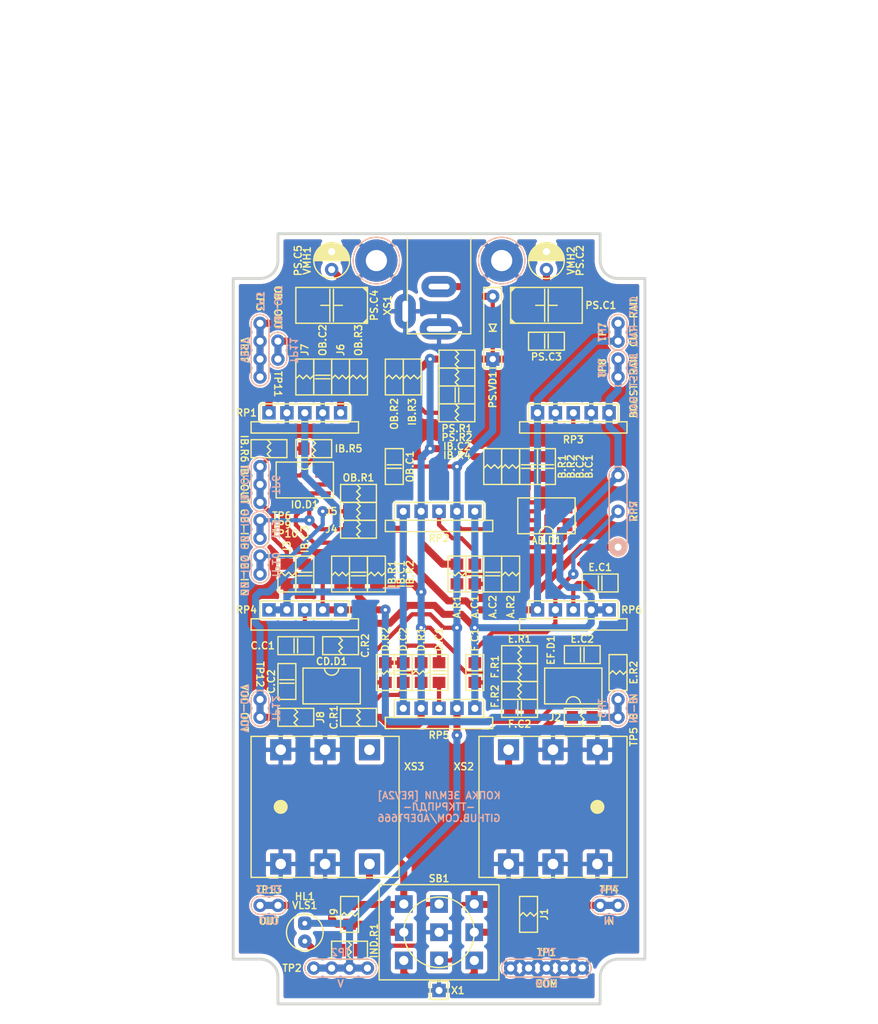
<source format=kicad_pcb>
(kicad_pcb (version 20171130) (host pcbnew 5.1.12-84ad8e8a86~92~ubuntu20.04.1)
  (title_block (title ТКП-1.36.A-1) (date 2023-08-22) (rev 2A) (company "Копка Земли [REV2A] Down-Tuned") (comment 1 http://github.com/Adept666) (comment 2 "Igor Ivanov (Игорь Иванов)") (comment 3 -ТТКРЧПДЛ-) (comment 4 "This project is licensed under GNU General Public License v3.0 or later"))
  (layers (0 F.Cu jumper) (31 B.Cu signal) (36 B.SilkS user) (37 F.SilkS user) (38 B.Mask user) (39 F.Mask user) (44 Edge.Cuts user))
  (net 0 "")
  (net 1 COM)
  (net 2 "Net-(HL1-PadC)")
  (net 3 /LED)
  (net 4 "Net-(SB1-PadNC1)")
  (net 5 V)
  (net 6 "Net-(XS3-PadTN)")
  (net 7 "Net-(A.C1-Pad2)")
  (net 8 "Net-(A.C1-Pad1)")
  (net 9 "Net-(A.C2-Pad2)")
  (net 10 VREF)
  (net 11 "Net-(A.R2-Pad2)")
  (net 12 "Net-(AB.D1-Pad6)")
  (net 13 "Net-(AB.D1-Pad5)")
  (net 14 "Net-(B.C1-Pad2)")
  (net 15 "Net-(B.C1-Pad1)")
  (net 16 "Net-(C.C1-Pad2)")
  (net 17 "Net-(C.C1-Pad1)")
  (net 18 "Net-(C.C2-Pad2)")
  (net 19 "Net-(C.R2-Pad2)")
  (net 20 "Net-(CD.D1-Pad6)")
  (net 21 "Net-(CD.D1-Pad5)")
  (net 22 "Net-(D.C1-Pad2)")
  (net 23 "Net-(D.C1-Pad1)")
  (net 24 "Net-(E.C1-Pad2)")
  (net 25 "Net-(E.C1-Pad1)")
  (net 26 "Net-(E.C2-Pad2)")
  (net 27 "Net-(IB.C1-Pad2)")
  (net 28 "Net-(IB.C2-Pad2)")
  (net 29 /CUT-RAIL)
  (net 30 "Net-(IB.R3-Pad2)")
  (net 31 "Net-(IB.R5-Pad2)")
  (net 32 "Net-(IO.D1-Pad7)")
  (net 33 /BOOST-RAIL)
  (net 34 "Net-(OB.C1-Pad2)")
  (net 35 "Net-(PS.VD1-PadA)")
  (net 36 "Net-(E.R2-Pad2)")
  (net 37 "Net-(EF.D1-Pad6)")
  (net 38 "Net-(EF.D1-Pad5)")
  (net 39 "Net-(F.C1-Pad2)")
  (net 40 "Net-(F.C1-Pad1)")
  (net 41 /IB-OUT)
  (net 42 /IB-IN)
  (net 43 /OB-OUT)
  (net 44 /CIR-IN)
  (net 45 /CIR-OUT)
  (net 46 /VOL-OUT)
  (net 47 /VOL-IN)
  (net 48 /VOL-COM)
  (net 49 /IN)
  (net 50 /OUT)
  (net 51 /OB-INP)
  (net 52 /OB-INN)
  (module KCL-VIRTUAL:VFM-1.0-3.0-SL (layer F.Cu) (at 82.55 195.58)
    (fp_text reference VFM2 hide)
    (fp_text value 1.0 hide)
    (pad "" smd circle (at 0 0) (size 1 1) (layers F.Cu F.Mask) (clearance 1.1))
  )
  (module KCL-VIRTUAL:VFM-1.0-3.0-SL (layer F.Cu) (at 128.27 195.58)
    (fp_text reference VFM3 hide)
    (fp_text value 1.0 hide)
    (pad "" smd circle (at 0 0) (size 1 1) (layers F.Cu F.Mask) (clearance 1.1))
  )
  (module KCL-VIRTUAL:VFM-1.0-3.0-SL (layer F.Cu) (at 128.27 101.6)
    (fp_text reference VFM1 hide)
    (fp_text value 1.0 hide)
    (pad "" smd circle (at 0 0) (size 1 1) (layers F.Cu F.Mask) (clearance 1.1))
  )
  (module SBKCL-TH-ML:CON-PJ-644C-IN-OR-OUT (layer F.Cu) (at 78.74 175.26 270)
    (fp_text reference XS3 (at -5.715 -21.59) (layer F.SilkS) (effects (font (thickness 0.2)) (justify left)))
    (fp_text value PJ-644C)
    (pad TN thru_hole rect (at -8.1 -16.8 270) (size 3 3) (drill 1.5) (layers *.Cu *.Mask) (net 6 "Net-(XS3-PadTN)"))
    (pad RN thru_hole rect (at -8.1 -10.5 270) (size 3 3) (drill 1.5) (layers *.Cu *.Mask) (net 1 COM))
    (pad SN thru_hole rect (at -8.1 -4.2 270) (size 3 3) (drill 1.5) (layers *.Cu *.Mask) (net 1 COM))
    (pad T thru_hole rect (at 8.1 -16.8 270) (size 3 3) (drill 1.5) (layers *.Cu *.Mask) (net 50 /OUT))
    (pad R thru_hole rect (at 8.1 -10.5 270) (size 3 3) (drill 1.5) (layers *.Cu *.Mask) (net 1 COM))
    (pad S thru_hole rect (at 8.1 -4.2 270) (size 3 3) (drill 1.5) (layers *.Cu *.Mask) (net 1 COM))
  )
  (module SBKCL-TH-ML:CON-PJ-644C-IN-OR-OUT (layer F.Cu) (at 132.08 175.26 90)
    (fp_text reference XS2 (at 5.715 -21.59 180) (layer F.SilkS) (effects (font (thickness 0.2)) (justify right)))
    (fp_text value PJ-644C)
    (pad TN thru_hole rect (at -8.1 -16.8 90) (size 3 3) (drill 1.5) (layers *.Cu *.Mask) (net 1 COM))
    (pad RN thru_hole rect (at -8.1 -10.5 90) (size 3 3) (drill 1.5) (layers *.Cu *.Mask) (net 1 COM))
    (pad SN thru_hole rect (at -8.1 -4.2 90) (size 3 3) (drill 1.5) (layers *.Cu *.Mask) (net 1 COM))
    (pad T thru_hole rect (at 8.1 -16.8 90) (size 3 3) (drill 1.5) (layers *.Cu *.Mask) (net 49 /IN))
    (pad R thru_hole rect (at 8.1 -10.5 90) (size 3 3) (drill 1.5) (layers *.Cu *.Mask) (net 1 COM))
    (pad S thru_hole rect (at 8.1 -4.2 90) (size 3 3) (drill 1.5) (layers *.Cu *.Mask) (net 1 COM))
  )
  (module KCL-TH-ML:TP-4-1.0-1.9 (layer F.Cu) (at 80.01 110.49 270)
    (fp_text reference TP3 (at -5.3975 0 270 unlocked) (layer F.SilkS) (effects (font (thickness 0.2)) (justify right)))
    (fp_text value VREF (at 0 2.2225 270 unlocked) (layer F.SilkS) (effects (font (thickness 0.2))))
    (fp_text user %V (at 0 2.2225 270 unlocked) (layer B.SilkS) (effects (font (thickness 0.2)) (justify mirror)))
    (fp_text user %R (at -5.3975 0 270 unlocked) (layer B.SilkS) (effects (font (thickness 0.2)) (justify left mirror)))
    (pad 1 thru_hole circle (at 3.81 0 270) (size 1.9 1.9) (drill 1) (layers *.Cu *.Mask) (net 10 VREF))
    (pad 1 thru_hole circle (at 1.27 0 270) (size 1.9 1.9) (drill 1) (layers *.Cu *.Mask) (net 10 VREF))
    (pad 1 thru_hole circle (at -1.27 0 270) (size 1.9 1.9) (drill 1) (layers *.Cu *.Mask) (net 10 VREF))
    (pad 1 thru_hole circle (at -3.81 0 270) (size 1.9 1.9) (drill 1) (layers *.Cu *.Mask) (net 10 VREF))
  )
  (module KCL-TH-ML:TP-2-1.0-1.9 (layer F.Cu) (at 82.55 110.49 270)
    (fp_text reference TP11 (at 2.8575 0 270 unlocked) (layer F.SilkS) (effects (font (thickness 0.2)) (justify left)))
    (fp_text value OB-OUT (at -2.8575 0 270 unlocked) (layer F.SilkS) (effects (font (thickness 0.2)) (justify right)))
    (fp_text user %R (at 0 -2.2225 270 unlocked) (layer B.SilkS) (effects (font (thickness 0.2)) (justify mirror)))
    (fp_text user %V (at -2.8575 0 270 unlocked) (layer B.SilkS) (effects (font (thickness 0.2)) (justify left mirror)))
    (pad 1 thru_hole circle (at -1.27 0 270) (size 1.9 1.9) (drill 1) (layers *.Cu *.Mask) (net 43 /OB-OUT))
    (pad 1 thru_hole circle (at 1.27 0 270) (size 1.9 1.9) (drill 1) (layers *.Cu *.Mask) (net 43 /OB-OUT))
  )
  (module KCL-TH-ML:TP-2-1.0-1.9 (layer F.Cu) (at 130.81 107.95 90)
    (fp_text reference TP7 (at 0 -2.2225 90 unlocked) (layer F.SilkS) (effects (font (thickness 0.2))))
    (fp_text value CUT-RAIL (at -2.2225 2.2225 90 unlocked) (layer F.SilkS) (effects (font (thickness 0.2)) (justify left)))
    (fp_text user %R (at 0 -2.2225 90 unlocked) (layer B.SilkS) (effects (font (thickness 0.2)) (justify mirror)))
    (fp_text user %V (at -2.2225 2.2225 90 unlocked) (layer B.SilkS) (effects (font (thickness 0.2)) (justify right mirror)))
    (pad 1 thru_hole circle (at -1.27 0 90) (size 1.9 1.9) (drill 1) (layers *.Cu *.Mask) (net 29 /CUT-RAIL))
    (pad 1 thru_hole circle (at 1.27 0 90) (size 1.9 1.9) (drill 1) (layers *.Cu *.Mask) (net 29 /CUT-RAIL))
  )
  (module KCL-TH-ML:TP-2-1.0-1.9 (layer F.Cu) (at 130.81 113.03 90)
    (fp_text reference TP8 (at 0 -2.2225 90 unlocked) (layer F.SilkS) (effects (font (thickness 0.2))))
    (fp_text value BOOST-RAIL (at 2.2225 2.2225 90 unlocked) (layer F.SilkS) (effects (font (thickness 0.2)) (justify right)))
    (fp_text user %R (at 0 -2.2225 90 unlocked) (layer B.SilkS) (effects (font (thickness 0.2)) (justify mirror)))
    (fp_text user %V (at 2.2225 2.2225 90 unlocked) (layer B.SilkS) (effects (font (thickness 0.2)) (justify left mirror)))
    (pad 1 thru_hole circle (at -1.27 0 90) (size 1.9 1.9) (drill 1) (layers *.Cu *.Mask) (net 33 /BOOST-RAIL))
    (pad 1 thru_hole circle (at 1.27 0 90) (size 1.9 1.9) (drill 1) (layers *.Cu *.Mask) (net 33 /BOOST-RAIL))
  )
  (module KCL-TH-ML:TP-3-1.0-1.9 (layer F.Cu) (at 80.01 129.54 270)
    (fp_text reference TP6 (at 4.445 -1.5875 unlocked) (layer F.SilkS) (effects (font (thickness 0.2)) (justify left)))
    (fp_text value IB-OUT (at 0 2.2225 270 unlocked) (layer F.SilkS) (effects (font (thickness 0.2))))
    (fp_text user %V (at 0 2.2225 270 unlocked) (layer B.SilkS) (effects (font (thickness 0.2)) (justify mirror)))
    (fp_text user %R (at 0 -2.2225 270 unlocked) (layer B.SilkS) (effects (font (thickness 0.2)) (justify mirror)))
    (pad 1 thru_hole circle (at 2.54 0 270) (size 1.9 1.9) (drill 1) (layers *.Cu *.Mask) (net 41 /IB-OUT))
    (pad 1 thru_hole circle (at 0 0 270) (size 1.9 1.9) (drill 1) (layers *.Cu *.Mask) (net 41 /IB-OUT))
    (pad 1 thru_hole circle (at -2.54 0 270) (size 1.9 1.9) (drill 1) (layers *.Cu *.Mask) (net 41 /IB-OUT))
  )
  (module KCL-TH-ML:TP-2-1.0-1.9 (layer F.Cu) (at 80.01 135.89 270)
    (fp_text reference TP9 (at -0.635 -1.5875 unlocked) (layer F.SilkS) (effects (font (thickness 0.2)) (justify left)))
    (fp_text value OB-INP (at 0 2.2225 270 unlocked) (layer F.SilkS) (effects (font (thickness 0.2))))
    (fp_text user %R (at 0 -2.2225 270 unlocked) (layer B.SilkS) (effects (font (thickness 0.2)) (justify mirror)))
    (fp_text user %V (at 0 2.2225 270 unlocked) (layer B.SilkS) (effects (font (thickness 0.2)) (justify mirror)))
    (pad 1 thru_hole circle (at -1.27 0 270) (size 1.9 1.9) (drill 1) (layers *.Cu *.Mask) (net 51 /OB-INP))
    (pad 1 thru_hole circle (at 1.27 0 270) (size 1.9 1.9) (drill 1) (layers *.Cu *.Mask) (net 51 /OB-INP))
  )
  (module KCL-TH-ML:TP-2-1.0-1.9 (layer F.Cu) (at 80.01 140.97 270)
    (fp_text reference TP10 (at -4.445 -1.5875 unlocked) (layer F.SilkS) (effects (font (thickness 0.2)) (justify left)))
    (fp_text value OB-INN (at -1.5875 2.2225 270 unlocked) (layer F.SilkS) (effects (font (thickness 0.2)) (justify left)))
    (fp_text user %R (at 0 -2.2225 270 unlocked) (layer B.SilkS) (effects (font (thickness 0.2)) (justify mirror)))
    (fp_text user %V (at -1.5875 2.2225 270 unlocked) (layer B.SilkS) (effects (font (thickness 0.2)) (justify right mirror)))
    (pad 1 thru_hole circle (at -1.27 0 270) (size 1.9 1.9) (drill 1) (layers *.Cu *.Mask) (net 52 /OB-INN))
    (pad 1 thru_hole circle (at 1.27 0 270) (size 1.9 1.9) (drill 1) (layers *.Cu *.Mask) (net 52 /OB-INN))
  )
  (module KCL-TH-ML:TP-2-1.0-1.9 (layer F.Cu) (at 80.01 161.29 270)
    (fp_text reference TP12 (at -2.8575 0 270 unlocked) (layer F.SilkS) (effects (font (thickness 0.2)) (justify right)))
    (fp_text value VOL-OUT (at 0 2.2225 270 unlocked) (layer F.SilkS) (effects (font (thickness 0.2))))
    (fp_text user %R (at 0 -2.2225 270 unlocked) (layer B.SilkS) (effects (font (thickness 0.2)) (justify mirror)))
    (fp_text user %V (at 0 2.2225 270 unlocked) (layer B.SilkS) (effects (font (thickness 0.2)) (justify mirror)))
    (pad 1 thru_hole circle (at -1.27 0 270) (size 1.9 1.9) (drill 1) (layers *.Cu *.Mask) (net 46 /VOL-OUT))
    (pad 1 thru_hole circle (at 1.27 0 270) (size 1.9 1.9) (drill 1) (layers *.Cu *.Mask) (net 46 /VOL-OUT))
  )
  (module KCL-TH-ML:TP-2-1.0-1.9 (layer F.Cu) (at 130.81 161.29 90)
    (fp_text reference TP5 (at -2.54 2.2225 90 unlocked) (layer F.SilkS) (effects (font (thickness 0.2)) (justify right)))
    (fp_text value IB-IN (at 0 2.2225 90 unlocked) (layer F.SilkS) (effects (font (thickness 0.2))))
    (fp_text user %R (at 0 -2.2225 90 unlocked) (layer B.SilkS) (effects (font (thickness 0.2)) (justify mirror)))
    (fp_text user %V (at 0 2.2225 90 unlocked) (layer B.SilkS) (effects (font (thickness 0.2)) (justify mirror)))
    (pad 1 thru_hole circle (at -1.27 0 90) (size 1.9 1.9) (drill 1) (layers *.Cu *.Mask) (net 42 /IB-IN))
    (pad 1 thru_hole circle (at 1.27 0 90) (size 1.9 1.9) (drill 1) (layers *.Cu *.Mask) (net 42 /IB-IN))
  )
  (module KCL-TH-ML:TP-2-1.0-1.9 (layer F.Cu) (at 81.28 189.23)
    (fp_text reference TP13 (at 0 -2.2225 unlocked) (layer F.SilkS) (effects (font (thickness 0.2))))
    (fp_text value OUT (at 0 2.2225 unlocked) (layer F.SilkS) (effects (font (thickness 0.2))))
    (fp_text user %R (at 0 -2.2225 unlocked) (layer B.SilkS) (effects (font (thickness 0.2)) (justify mirror)))
    (fp_text user %V (at 0 2.2225 unlocked) (layer B.SilkS) (effects (font (thickness 0.2)) (justify mirror)))
    (pad 1 thru_hole circle (at -1.27 0) (size 1.9 1.9) (drill 1) (layers *.Cu *.Mask) (net 50 /OUT))
    (pad 1 thru_hole circle (at 1.27 0) (size 1.9 1.9) (drill 1) (layers *.Cu *.Mask) (net 50 /OUT))
  )
  (module KCL-TH-ML:TP-2-1.0-1.9 (layer F.Cu) (at 129.54 189.23)
    (fp_text reference TP4 (at 0 -2.2225 unlocked) (layer F.SilkS) (effects (font (thickness 0.2))))
    (fp_text value IN (at 0 2.2225 unlocked) (layer F.SilkS) (effects (font (thickness 0.2))))
    (fp_text user %R (at 0 -2.2225 unlocked) (layer B.SilkS) (effects (font (thickness 0.2)) (justify mirror)))
    (fp_text user %V (at 0 2.2225 unlocked) (layer B.SilkS) (effects (font (thickness 0.2)) (justify mirror)))
    (pad 1 thru_hole circle (at -1.27 0) (size 1.9 1.9) (drill 1) (layers *.Cu *.Mask) (net 49 /IN))
    (pad 1 thru_hole circle (at 1.27 0) (size 1.9 1.9) (drill 1) (layers *.Cu *.Mask) (net 49 /IN))
  )
  (module KCL-TH-ML:TP-5-1.0-1.9 (layer F.Cu) (at 120.65 198.12)
    (fp_text reference TP1 (at 0 -2.2225 unlocked) (layer F.SilkS) (effects (font (thickness 0.2))))
    (fp_text value COM (at 0 2.2225 unlocked) (layer F.SilkS) (effects (font (thickness 0.2))))
    (fp_text user %V (at 0 2.2225 unlocked) (layer B.SilkS) (effects (font (thickness 0.2)) (justify mirror)))
    (fp_text user %R (at 0 -2.2225 unlocked) (layer B.SilkS) (effects (font (thickness 0.2)) (justify mirror)))
    (pad 1 thru_hole circle (at 5.08 0) (size 1.9 1.9) (drill 1) (layers *.Cu *.Mask) (net 1 COM))
    (pad 1 thru_hole circle (at 2.54 0) (size 1.9 1.9) (drill 1) (layers *.Cu *.Mask) (net 1 COM))
    (pad 1 thru_hole circle (at 0 0) (size 1.9 1.9) (drill 1) (layers *.Cu *.Mask) (net 1 COM))
    (pad 1 thru_hole circle (at -2.54 0) (size 1.9 1.9) (drill 1) (layers *.Cu *.Mask) (net 1 COM))
    (pad 1 thru_hole circle (at -5.08 0) (size 1.9 1.9) (drill 1) (layers *.Cu *.Mask) (net 1 COM))
  )
  (module KCL-TH-ML:TP-4-1.0-1.9 (layer F.Cu) (at 91.44 198.12)
    (fp_text reference TP2 (at -5.3975 0 unlocked) (layer F.SilkS) (effects (font (thickness 0.2)) (justify right)))
    (fp_text value V (at 0 2.2225 unlocked) (layer F.SilkS) (effects (font (thickness 0.2))))
    (fp_text user %V (at 0 2.2225 unlocked) (layer B.SilkS) (effects (font (thickness 0.2)) (justify mirror)))
    (fp_text user %R (at 0 -2.2225 unlocked) (layer B.SilkS) (effects (font (thickness 0.2)) (justify mirror)))
    (pad 1 thru_hole circle (at 3.81 0) (size 1.9 1.9) (drill 1) (layers *.Cu *.Mask) (net 5 V))
    (pad 1 thru_hole circle (at 1.27 0) (size 1.9 1.9) (drill 1) (layers *.Cu *.Mask) (net 5 V))
    (pad 1 thru_hole circle (at -1.27 0) (size 1.9 1.9) (drill 1) (layers *.Cu *.Mask) (net 5 V))
    (pad 1 thru_hole circle (at -3.81 0) (size 1.9 1.9) (drill 1) (layers *.Cu *.Mask) (net 5 V))
  )
  (module SBKCL-TH-ML:RP-EXTERNAL (layer F.Cu) (at 130.81 133.35 90)
    (fp_text reference RP7 (at 0 2.2225 90 unlocked) (layer F.SilkS) (effects (font (thickness 0.2))))
    (fp_text value X)
    (fp_text user %R (at 0 2.2225 90 unlocked) (layer B.SilkS) (effects (font (thickness 0.2)) (justify mirror)))
    (pad 2 thru_hole circle (at 0 0 90) (size 1.9 1.9) (drill 1) (layers *.Cu *.Mask) (net 40 "Net-(F.C1-Pad1)"))
    (pad 1 thru_hole circle (at -5.08 0 90) (size 1.9 1.9) (drill 1) (layers *.Cu *.Mask) (net 29 /CUT-RAIL))
    (pad 3 thru_hole circle (at 5.08 0 90) (size 1.9 1.9) (drill 1) (layers *.Cu *.Mask) (net 33 /BOOST-RAIL))
  )
  (module SBEL:B013_F1 (layer F.Cu) (at 105.41 148.59)
    (fp_text reference VE1 hide)
    (fp_text value B013 hide)
  )
  (module SBKCL-TH-ML:CON-DC-005-9V-OVAL (layer F.Cu) (at 105.41 93.98 180)
    (fp_text reference XS1 (at 7.3025 -10.16 270) (layer F.SilkS) (effects (font (thickness 0.2))))
    (fp_text value DC-005)
    (pad C thru_hole oval (at 0 -13.5 180) (size 5.5 3) (drill oval 3.5 0.8) (layers *.Cu *.Mask) (net 1 COM))
    (pad SN thru_hole oval (at 4.8 -11 180) (size 3 5) (drill oval 0.8 3) (layers *.Cu *.Mask) (net 1 COM))
    (pad S thru_hole oval (at 0 -7.5 180) (size 5 3) (drill oval 3 0.8) (layers *.Cu *.Mask) (net 35 "Net-(PS.VD1-PadA)"))
  )
  (module KCL-VIRTUAL:VLS-BR (layer F.Cu) (at 86.36 193.04)
    (fp_text reference VLS1 (at 0 -3.81) (layer F.SilkS) (effects (font (thickness 0.2))))
    (fp_text value BR-12.7)
  )
  (module KCL-SM:R-SM-1206 (layer F.Cu) (at 92.71 195.58 180)
    (fp_text reference IND.R1 (at -3.4925 -1.27 270) (layer F.SilkS) (effects (font (thickness 0.2)) (justify left)))
    (fp_text value 103)
    (pad 1 smd rect (at -1.4 0 180) (size 1.6 1.8) (layers F.Cu F.Mask) (net 3 /LED))
    (pad 2 smd rect (at 1.4 0 180) (size 1.6 1.8) (layers F.Cu F.Mask) (net 2 "Net-(HL1-PadC)"))
  )
  (module SBKCL-TH-ML:RPB-18-1x17-1.6-PNL-7.4-2.8 (layer F.Cu) (at 86.36 108.15)
    (fp_text reference RP1 (at -6.6675 11.23) (layer F.SilkS) (effects (font (thickness 0.2)) (justify right)))
    (fp_text value B50K)
    (pad 1 thru_hole rect (at -5.08 11.23) (size 1.9 1.9) (drill 1) (layers *.Cu *.Mask) (net 48 /VOL-COM))
    (pad NC1 thru_hole rect (at -2.54 11.23) (size 1.9 1.9) (drill 1) (layers *.Cu *.Mask) (net 1 COM))
    (pad 2 thru_hole rect (at 0 11.23) (size 1.9 1.9) (drill 1) (layers *.Cu *.Mask) (net 46 /VOL-OUT))
    (pad NC2 thru_hole rect (at 2.54 11.23) (size 1.9 1.9) (drill 1) (layers *.Cu *.Mask) (net 1 COM))
    (pad 3 thru_hole rect (at 5.08 11.23) (size 1.9 1.9) (drill 1) (layers *.Cu *.Mask) (net 47 /VOL-IN))
  )
  (module SBKCL-TH-ML:RPB-18-1x17-1.6-PNL-7.4-2.8 (layer F.Cu) (at 105.41 122.12)
    (fp_text reference RP2 (at 0 15.04) (layer F.SilkS) (effects (font (thickness 0.2))))
    (fp_text value B50K)
    (pad 3 thru_hole rect (at 5.08 11.23) (size 1.9 1.9) (drill 1) (layers *.Cu *.Mask) (net 33 /BOOST-RAIL))
    (pad NC2 thru_hole rect (at 2.54 11.23) (size 1.9 1.9) (drill 1) (layers *.Cu *.Mask) (net 5 V))
    (pad 2 thru_hole rect (at 0 11.23) (size 1.9 1.9) (drill 1) (layers *.Cu *.Mask) (net 8 "Net-(A.C1-Pad1)"))
    (pad NC1 thru_hole rect (at -2.54 11.23) (size 1.9 1.9) (drill 1) (layers *.Cu *.Mask) (net 10 VREF))
    (pad 1 thru_hole rect (at -5.08 11.23) (size 1.9 1.9) (drill 1) (layers *.Cu *.Mask) (net 29 /CUT-RAIL))
  )
  (module SBKCL-TH-ML:RPB-18-1x17-1.6-PNL-7.4-2.8 (layer F.Cu) (at 124.46 108.15)
    (fp_text reference RP3 (at 0 15.04) (layer F.SilkS) (effects (font (thickness 0.2))))
    (fp_text value B50K)
    (pad 3 thru_hole rect (at 5.08 11.23) (size 1.9 1.9) (drill 1) (layers *.Cu *.Mask) (net 33 /BOOST-RAIL))
    (pad NC2 thru_hole rect (at 2.54 11.23) (size 1.9 1.9) (drill 1) (layers *.Cu *.Mask) (net 1 COM))
    (pad 2 thru_hole rect (at 0 11.23) (size 1.9 1.9) (drill 1) (layers *.Cu *.Mask) (net 15 "Net-(B.C1-Pad1)"))
    (pad NC1 thru_hole rect (at -2.54 11.23) (size 1.9 1.9) (drill 1) (layers *.Cu *.Mask) (net 1 COM))
    (pad 1 thru_hole rect (at -5.08 11.23) (size 1.9 1.9) (drill 1) (layers *.Cu *.Mask) (net 29 /CUT-RAIL))
  )
  (module SBKCL-TH-ML:RPB-18-1x17-1.6-PNL-7.4-2.8 (layer F.Cu) (at 86.36 136.09)
    (fp_text reference RP4 (at -6.6675 11.23) (layer F.SilkS) (effects (font (thickness 0.2)) (justify right)))
    (fp_text value B50K)
    (pad 3 thru_hole rect (at 5.08 11.23) (size 1.9 1.9) (drill 1) (layers *.Cu *.Mask) (net 33 /BOOST-RAIL))
    (pad NC2 thru_hole rect (at 2.54 11.23) (size 1.9 1.9) (drill 1) (layers *.Cu *.Mask) (net 33 /BOOST-RAIL))
    (pad 2 thru_hole rect (at 0 11.23) (size 1.9 1.9) (drill 1) (layers *.Cu *.Mask) (net 17 "Net-(C.C1-Pad1)"))
    (pad NC1 thru_hole rect (at -2.54 11.23) (size 1.9 1.9) (drill 1) (layers *.Cu *.Mask) (net 29 /CUT-RAIL))
    (pad 1 thru_hole rect (at -5.08 11.23) (size 1.9 1.9) (drill 1) (layers *.Cu *.Mask) (net 29 /CUT-RAIL))
  )
  (module SBKCL-TH-ML:RPB-18-1x17-1.6-PNL-7.4-2.8 (layer F.Cu) (at 105.41 150.06)
    (fp_text reference RP5 (at 0 15.04) (layer F.SilkS) (effects (font (thickness 0.2))))
    (fp_text value B50K)
    (pad 3 thru_hole rect (at 5.08 11.23) (size 1.9 1.9) (drill 1) (layers *.Cu *.Mask) (net 33 /BOOST-RAIL))
    (pad NC2 thru_hole rect (at 2.54 11.23) (size 1.9 1.9) (drill 1) (layers *.Cu *.Mask) (net 5 V))
    (pad 2 thru_hole rect (at 0 11.23) (size 1.9 1.9) (drill 1) (layers *.Cu *.Mask) (net 23 "Net-(D.C1-Pad1)"))
    (pad NC1 thru_hole rect (at -2.54 11.23) (size 1.9 1.9) (drill 1) (layers *.Cu *.Mask) (net 10 VREF))
    (pad 1 thru_hole rect (at -5.08 11.23) (size 1.9 1.9) (drill 1) (layers *.Cu *.Mask) (net 29 /CUT-RAIL))
  )
  (module SBKCL-TH-ML:RPB-18-1x17-1.6-PNL-7.4-2.8 (layer F.Cu) (at 124.46 136.09)
    (fp_text reference RP6 (at 6.6675 11.23) (layer F.SilkS) (effects (font (thickness 0.2)) (justify left)))
    (fp_text value B50K)
    (pad 3 thru_hole rect (at 5.08 11.23) (size 1.9 1.9) (drill 1) (layers *.Cu *.Mask) (net 33 /BOOST-RAIL))
    (pad NC2 thru_hole rect (at 2.54 11.23) (size 1.9 1.9) (drill 1) (layers *.Cu *.Mask) (net 33 /BOOST-RAIL))
    (pad 2 thru_hole rect (at 0 11.23) (size 1.9 1.9) (drill 1) (layers *.Cu *.Mask) (net 25 "Net-(E.C1-Pad1)"))
    (pad NC1 thru_hole rect (at -2.54 11.23) (size 1.9 1.9) (drill 1) (layers *.Cu *.Mask) (net 40 "Net-(F.C1-Pad1)"))
    (pad 1 thru_hole rect (at -5.08 11.23) (size 1.9 1.9) (drill 1) (layers *.Cu *.Mask) (net 29 /CUT-RAIL))
  )
  (module KCL-TH-ML:CON-PAD-S-1.0-1.9 (layer F.Cu) (at 105.41 201.295)
    (fp_text reference X1 (at 1.5875 0) (layer F.SilkS) (effects (font (thickness 0.2)) (justify left)))
    (fp_text value COM)
    (pad 1 thru_hole rect (at 0 0) (size 1.9 1.9) (drill 1) (layers *.Cu *.Mask) (net 1 COM))
  )
  (module KCL-TH-ML:SW-PBS-24-302SP-2.5-PNL-13.0 (layer F.Cu) (at 105.41 193.04)
    (fp_text reference SB1 (at 0 -7.62) (layer F.SilkS) (effects (font (thickness 0.2))))
    (fp_text value PBS-24-302SP)
    (pad COM3 thru_hole rect (at 5 0) (size 2.5 2.5) (drill 1.3) (layers *.Cu *.Mask) (net 49 /IN))
    (pad NC3 thru_hole rect (at 5 4) (size 2.5 2.5) (drill 1.3) (layers *.Cu *.Mask) (net 4 "Net-(SB1-PadNC1)"))
    (pad NO3 thru_hole rect (at 5 -4) (size 2.5 2.5) (drill 1.3) (layers *.Cu *.Mask) (net 44 /CIR-IN))
    (pad COM2 thru_hole rect (at 0 0) (size 2.5 2.5) (drill 1.3) (layers *.Cu *.Mask) (net 1 COM))
    (pad NC2 thru_hole rect (at 0 4) (size 2.5 2.5) (drill 1.3) (layers *.Cu *.Mask) (net 44 /CIR-IN))
    (pad NO2 thru_hole rect (at 0 -4) (size 2.5 2.5) (drill 1.3) (layers *.Cu *.Mask) (net 3 /LED))
    (pad NO1 thru_hole rect (at -5 -4) (size 2.5 2.5) (drill 1.3) (layers *.Cu *.Mask) (net 45 /CIR-OUT))
    (pad COM1 thru_hole rect (at -5 0) (size 2.5 2.5) (drill 1.3) (layers *.Cu *.Mask) (net 50 /OUT))
    (pad NC1 thru_hole rect (at -5 4) (size 2.5 2.5) (drill 1.3) (layers *.Cu *.Mask) (net 4 "Net-(SB1-PadNC1)"))
  )
  (module KCL-TH-ML:LED-ROUND-05.0-UNI-SH-SPACER-PNL-5.3 (layer F.Cu) (at 86.36 193.04 90)
    (fp_text reference HL1 (at 5.08 0 180) (layer F.SilkS) (effects (font (thickness 0.2))))
    (fp_text value FYL-5013UWC)
    (pad C thru_hole circle (at -1.27 0 90) (size 1.9 1.9) (drill 0.7) (layers *.Cu *.Mask) (net 2 "Net-(HL1-PadC)"))
    (pad A thru_hole roundrect (at 1.27 0 90) (size 1.9 1.9) (drill 0.7) (layers *.Cu *.Mask) (roundrect_rratio 0.3) (net 5 V))
  )
  (module KCL-TH-ML:VMH-STA-DA5-PNL-3.0 (layer F.Cu) (at 96.52 97.79)
    (fp_text reference VMH1 (at -9.8425 0 90) (layer F.SilkS) (effects (font (thickness 0.2))))
    (fp_text value DI5M3x18)
    (pad 0 thru_hole circle (at 0 0) (size 6 6) (drill 3) (layers *.Cu *.Mask) (net 1 COM))
  )
  (module KCL-TH-ML:VMH-STA-DA5-PNL-3.0 (layer F.Cu) (at 114.3 97.79)
    (fp_text reference VMH2 (at 9.8425 0 90) (layer F.SilkS) (effects (font (thickness 0.2))))
    (fp_text value DI5M3x18)
    (pad 0 thru_hole circle (at 0 0) (size 6 6) (drill 3) (layers *.Cu *.Mask) (net 1 COM))
  )
  (module KCL-SM:C-SM-1206 (layer F.Cu) (at 110.49 142.24 270)
    (fp_text reference A.C1 (at 2.8575 0 270) (layer F.SilkS) (effects (font (thickness 0.2)) (justify right)))
    (fp_text value 225)
    (pad 2 smd rect (at 1.4 0 270) (size 1.6 1.8) (layers F.Cu F.Mask) (net 7 "Net-(A.C1-Pad2)"))
    (pad 1 smd rect (at -1.4 0 270) (size 1.6 1.8) (layers F.Cu F.Mask) (net 8 "Net-(A.C1-Pad1)"))
  )
  (module KCL-SM:C-SM-1206 (layer F.Cu) (at 113.03 142.24 90)
    (fp_text reference A.C2 (at -2.8575 0 90) (layer F.SilkS) (effects (font (thickness 0.2)) (justify right)))
    (fp_text value 473)
    (pad 1 smd rect (at -1.4 0 90) (size 1.6 1.8) (layers F.Cu F.Mask) (net 7 "Net-(A.C1-Pad2)"))
    (pad 2 smd rect (at 1.4 0 90) (size 1.6 1.8) (layers F.Cu F.Mask) (net 9 "Net-(A.C2-Pad2)"))
  )
  (module KCL-SM:R-SM-1206 (layer F.Cu) (at 107.95 142.24 270)
    (fp_text reference A.R1 (at 2.8575 0 270) (layer F.SilkS) (effects (font (thickness 0.2)) (justify right)))
    (fp_text value 124)
    (pad 2 smd rect (at 1.4 0 270) (size 1.6 1.8) (layers F.Cu F.Mask) (net 9 "Net-(A.C2-Pad2)"))
    (pad 1 smd rect (at -1.4 0 270) (size 1.6 1.8) (layers F.Cu F.Mask) (net 10 VREF))
  )
  (module KCL-SM:R-SM-1206 (layer F.Cu) (at 115.57 142.24 90)
    (fp_text reference A.R2 (at -2.8575 0 90) (layer F.SilkS) (effects (font (thickness 0.2)) (justify right)))
    (fp_text value 471)
    (pad 1 smd rect (at -1.4 0 90) (size 1.6 1.8) (layers F.Cu F.Mask) (net 7 "Net-(A.C1-Pad2)"))
    (pad 2 smd rect (at 1.4 0 90) (size 1.6 1.8) (layers F.Cu F.Mask) (net 11 "Net-(A.R2-Pad2)"))
  )
  (module KCL-SM:P-SO-08 (layer F.Cu) (at 120.65 133.985 180)
    (fp_text reference AB.D1 (at 0 -3.4925) (layer F.SilkS) (effects (font (thickness 0.2))))
    (fp_text value 4558)
    (pad 8 smd rect (at 2.6 -1.905 180) (size 2.2 0.6) (layers F.Cu F.Mask) (net 5 V))
    (pad 7 smd rect (at 2.6 -0.635 180) (size 2.2 0.6) (layers F.Cu F.Mask) (net 12 "Net-(AB.D1-Pad6)"))
    (pad 6 smd rect (at 2.6 0.635 180) (size 2.2 0.6) (layers F.Cu F.Mask) (net 12 "Net-(AB.D1-Pad6)"))
    (pad 5 smd rect (at 2.6 1.905 180) (size 2.2 0.6) (layers F.Cu F.Mask) (net 13 "Net-(AB.D1-Pad5)"))
    (pad 4 smd rect (at -2.6 1.905 180) (size 2.2 0.6) (layers F.Cu F.Mask) (net 1 COM))
    (pad 3 smd rect (at -2.6 0.635 180) (size 2.2 0.6) (layers F.Cu F.Mask) (net 9 "Net-(A.C2-Pad2)"))
    (pad 2 smd rect (at -2.6 -0.635 180) (size 2.2 0.6) (layers F.Cu F.Mask) (net 11 "Net-(A.R2-Pad2)"))
    (pad 1 smd rect (at -2.6 -1.905 180) (size 2.2 0.6) (layers F.Cu F.Mask) (net 11 "Net-(A.R2-Pad2)"))
  )
  (module KCL-SM:C-SM-1206 (layer F.Cu) (at 120.65 127 90)
    (fp_text reference B.C1 (at 0 6.0325 90) (layer F.SilkS) (effects (font (thickness 0.2))))
    (fp_text value 105)
    (pad 2 smd rect (at 1.4 0 90) (size 1.6 1.8) (layers F.Cu F.Mask) (net 14 "Net-(B.C1-Pad2)"))
    (pad 1 smd rect (at -1.4 0 90) (size 1.6 1.8) (layers F.Cu F.Mask) (net 15 "Net-(B.C1-Pad1)"))
  )
  (module KCL-SM:C-SM-1206 (layer F.Cu) (at 118.11 127 270)
    (fp_text reference B.C2 (at 0 -7.3025 270) (layer F.SilkS) (effects (font (thickness 0.2))))
    (fp_text value 333)
    (pad 1 smd rect (at -1.4 0 270) (size 1.6 1.8) (layers F.Cu F.Mask) (net 14 "Net-(B.C1-Pad2)"))
    (pad 2 smd rect (at 1.4 0 270) (size 1.6 1.8) (layers F.Cu F.Mask) (net 13 "Net-(AB.D1-Pad5)"))
  )
  (module KCL-SM:R-SM-1206 (layer F.Cu) (at 113.03 127 270)
    (fp_text reference B.R1 (at 0 -9.8425 270) (layer F.SilkS) (effects (font (thickness 0.2))))
    (fp_text value 104)
    (pad 2 smd rect (at 1.4 0 270) (size 1.6 1.8) (layers F.Cu F.Mask) (net 13 "Net-(AB.D1-Pad5)"))
    (pad 1 smd rect (at -1.4 0 270) (size 1.6 1.8) (layers F.Cu F.Mask) (net 10 VREF))
  )
  (module KCL-SM:R-SM-1206 (layer F.Cu) (at 115.57 127 270)
    (fp_text reference B.R2 (at 0 -8.5725 270) (layer F.SilkS) (effects (font (thickness 0.2))))
    (fp_text value 471)
    (pad 2 smd rect (at 1.4 0 270) (size 1.6 1.8) (layers F.Cu F.Mask) (net 12 "Net-(AB.D1-Pad6)"))
    (pad 1 smd rect (at -1.4 0 270) (size 1.6 1.8) (layers F.Cu F.Mask) (net 14 "Net-(B.C1-Pad2)"))
  )
  (module KCL-SM:C-SM-1206 (layer F.Cu) (at 85.09 152.4)
    (fp_text reference C.C1 (at -2.8575 0) (layer F.SilkS) (effects (font (thickness 0.2)) (justify right)))
    (fp_text value 154)
    (pad 2 smd rect (at 1.4 0) (size 1.6 1.8) (layers F.Cu F.Mask) (net 16 "Net-(C.C1-Pad2)"))
    (pad 1 smd rect (at -1.4 0) (size 1.6 1.8) (layers F.Cu F.Mask) (net 17 "Net-(C.C1-Pad1)"))
  )
  (module KCL-SM:C-SM-1206 (layer F.Cu) (at 83.82 157.48 270)
    (fp_text reference C.C2 (at 0 2.2225 270) (layer F.SilkS) (effects (font (thickness 0.2))))
    (fp_text value 682)
    (pad 1 smd rect (at -1.4 0 270) (size 1.6 1.8) (layers F.Cu F.Mask) (net 16 "Net-(C.C1-Pad2)"))
    (pad 2 smd rect (at 1.4 0 270) (size 1.6 1.8) (layers F.Cu F.Mask) (net 18 "Net-(C.C2-Pad2)"))
  )
  (module KCL-SM:R-SM-1206 (layer F.Cu) (at 93.98 162.56 180)
    (fp_text reference C.R1 (at 3.4925 0 270) (layer F.SilkS) (effects (font (thickness 0.2))))
    (fp_text value 104)
    (pad 2 smd rect (at 1.4 0 180) (size 1.6 1.8) (layers F.Cu F.Mask) (net 18 "Net-(C.C2-Pad2)"))
    (pad 1 smd rect (at -1.4 0 180) (size 1.6 1.8) (layers F.Cu F.Mask) (net 10 VREF))
  )
  (module KCL-SM:R-SM-1206 (layer F.Cu) (at 91.44 152.4)
    (fp_text reference C.R2 (at 3.4925 0 90) (layer F.SilkS) (effects (font (thickness 0.2))))
    (fp_text value 102)
    (pad 2 smd rect (at 1.4 0) (size 1.6 1.8) (layers F.Cu F.Mask) (net 19 "Net-(C.R2-Pad2)"))
    (pad 1 smd rect (at -1.4 0) (size 1.6 1.8) (layers F.Cu F.Mask) (net 16 "Net-(C.C1-Pad2)"))
  )
  (module KCL-SM:P-SO-08 (layer F.Cu) (at 90.17 158.115)
    (fp_text reference CD.D1 (at 0 -3.4925) (layer F.SilkS) (effects (font (thickness 0.2))))
    (fp_text value 4558)
    (pad 8 smd rect (at 2.6 -1.905) (size 2.2 0.6) (layers F.Cu F.Mask) (net 5 V))
    (pad 7 smd rect (at 2.6 -0.635) (size 2.2 0.6) (layers F.Cu F.Mask) (net 20 "Net-(CD.D1-Pad6)"))
    (pad 6 smd rect (at 2.6 0.635) (size 2.2 0.6) (layers F.Cu F.Mask) (net 20 "Net-(CD.D1-Pad6)"))
    (pad 5 smd rect (at 2.6 1.905) (size 2.2 0.6) (layers F.Cu F.Mask) (net 21 "Net-(CD.D1-Pad5)"))
    (pad 4 smd rect (at -2.6 1.905) (size 2.2 0.6) (layers F.Cu F.Mask) (net 1 COM))
    (pad 3 smd rect (at -2.6 0.635) (size 2.2 0.6) (layers F.Cu F.Mask) (net 18 "Net-(C.C2-Pad2)"))
    (pad 2 smd rect (at -2.6 -0.635) (size 2.2 0.6) (layers F.Cu F.Mask) (net 19 "Net-(C.R2-Pad2)"))
    (pad 1 smd rect (at -2.6 -1.905) (size 2.2 0.6) (layers F.Cu F.Mask) (net 19 "Net-(C.R2-Pad2)"))
  )
  (module KCL-SM:C-SM-1206 (layer F.Cu) (at 105.41 156.21 90)
    (fp_text reference D.C1 (at 2.8575 0 90) (layer F.SilkS) (effects (font (thickness 0.2)) (justify left)))
    (fp_text value 683)
    (pad 2 smd rect (at 1.4 0 90) (size 1.6 1.8) (layers F.Cu F.Mask) (net 22 "Net-(D.C1-Pad2)"))
    (pad 1 smd rect (at -1.4 0 90) (size 1.6 1.8) (layers F.Cu F.Mask) (net 23 "Net-(D.C1-Pad1)"))
  )
  (module KCL-SM:C-SM-1206 (layer F.Cu) (at 100.33 156.21 270)
    (fp_text reference D.C2 (at -2.8575 0 270) (layer F.SilkS) (effects (font (thickness 0.2)) (justify left)))
    (fp_text value 332)
    (pad 2 smd rect (at 1.4 0 270) (size 1.6 1.8) (layers F.Cu F.Mask) (net 21 "Net-(CD.D1-Pad5)"))
    (pad 1 smd rect (at -1.4 0 270) (size 1.6 1.8) (layers F.Cu F.Mask) (net 22 "Net-(D.C1-Pad2)"))
  )
  (module KCL-SM:R-SM-1206 (layer F.Cu) (at 102.87 156.21 90)
    (fp_text reference D.R1 (at 2.8575 0 90) (layer F.SilkS) (effects (font (thickness 0.2)) (justify left)))
    (fp_text value 104)
    (pad 2 smd rect (at 1.4 0 90) (size 1.6 1.8) (layers F.Cu F.Mask) (net 21 "Net-(CD.D1-Pad5)"))
    (pad 1 smd rect (at -1.4 0 90) (size 1.6 1.8) (layers F.Cu F.Mask) (net 10 VREF))
  )
  (module KCL-SM:R-SM-1206 (layer F.Cu) (at 97.79 156.21 270)
    (fp_text reference D.R2 (at -2.8575 0 270) (layer F.SilkS) (effects (font (thickness 0.2)) (justify left)))
    (fp_text value 102)
    (pad 2 smd rect (at 1.4 0 270) (size 1.6 1.8) (layers F.Cu F.Mask) (net 20 "Net-(CD.D1-Pad6)"))
    (pad 1 smd rect (at -1.4 0 270) (size 1.6 1.8) (layers F.Cu F.Mask) (net 22 "Net-(D.C1-Pad2)"))
  )
  (module KCL-SM:C-SM-1206 (layer F.Cu) (at 128.27 143.51)
    (fp_text reference E.C1 (at 0 -2.2225) (layer F.SilkS) (effects (font (thickness 0.2))))
    (fp_text value 223)
    (pad 2 smd rect (at 1.4 0) (size 1.6 1.8) (layers F.Cu F.Mask) (net 24 "Net-(E.C1-Pad2)"))
    (pad 1 smd rect (at -1.4 0) (size 1.6 1.8) (layers F.Cu F.Mask) (net 25 "Net-(E.C1-Pad1)"))
  )
  (module KCL-SM:C-SM-1206 (layer F.Cu) (at 125.73 153.67 180)
    (fp_text reference E.C2 (at 0 2.2225 180) (layer F.SilkS) (effects (font (thickness 0.2))))
    (fp_text value 681)
    (pad 1 smd rect (at -1.4 0 180) (size 1.6 1.8) (layers F.Cu F.Mask) (net 24 "Net-(E.C1-Pad2)"))
    (pad 2 smd rect (at 1.4 0 180) (size 1.6 1.8) (layers F.Cu F.Mask) (net 26 "Net-(E.C2-Pad2)"))
  )
  (module KCL-SM:P-SO-08 (layer F.Cu) (at 124.46 158.115 180)
    (fp_text reference EF.D1 (at 3.175 2.8575 270) (layer F.SilkS) (effects (font (thickness 0.2)) (justify left)))
    (fp_text value 4558)
    (pad 8 smd rect (at 2.6 -1.905 180) (size 2.2 0.6) (layers F.Cu F.Mask) (net 5 V))
    (pad 7 smd rect (at 2.6 -0.635 180) (size 2.2 0.6) (layers F.Cu F.Mask) (net 37 "Net-(EF.D1-Pad6)"))
    (pad 6 smd rect (at 2.6 0.635 180) (size 2.2 0.6) (layers F.Cu F.Mask) (net 37 "Net-(EF.D1-Pad6)"))
    (pad 5 smd rect (at 2.6 1.905 180) (size 2.2 0.6) (layers F.Cu F.Mask) (net 38 "Net-(EF.D1-Pad5)"))
    (pad 4 smd rect (at -2.6 1.905 180) (size 2.2 0.6) (layers F.Cu F.Mask) (net 1 COM))
    (pad 3 smd rect (at -2.6 0.635 180) (size 2.2 0.6) (layers F.Cu F.Mask) (net 26 "Net-(E.C2-Pad2)"))
    (pad 2 smd rect (at -2.6 -0.635 180) (size 2.2 0.6) (layers F.Cu F.Mask) (net 36 "Net-(E.R2-Pad2)"))
    (pad 1 smd rect (at -2.6 -1.905 180) (size 2.2 0.6) (layers F.Cu F.Mask) (net 36 "Net-(E.R2-Pad2)"))
  )
  (module KCL-SM:R-SM-1206 (layer F.Cu) (at 116.84 153.67)
    (fp_text reference E.R1 (at 0 -2.2225) (layer F.SilkS) (effects (font (thickness 0.2))))
    (fp_text value 104)
    (pad 2 smd rect (at 1.4 0) (size 1.6 1.8) (layers F.Cu F.Mask) (net 26 "Net-(E.C2-Pad2)"))
    (pad 1 smd rect (at -1.4 0) (size 1.6 1.8) (layers F.Cu F.Mask) (net 10 VREF))
  )
  (module KCL-SM:R-SM-1206 (layer F.Cu) (at 130.81 156.21 270)
    (fp_text reference E.R2 (at 0 -2.2225 270) (layer F.SilkS) (effects (font (thickness 0.2))))
    (fp_text value 102)
    (pad 2 smd rect (at 1.4 0 270) (size 1.6 1.8) (layers F.Cu F.Mask) (net 36 "Net-(E.R2-Pad2)"))
    (pad 1 smd rect (at -1.4 0 270) (size 1.6 1.8) (layers F.Cu F.Mask) (net 24 "Net-(E.C1-Pad2)"))
  )
  (module KCL-SM:C-SM-1206 (layer F.Cu) (at 93.98 142.24 90)
    (fp_text reference IB.C1 (at 0 6.0325 90) (layer F.SilkS) (effects (font (thickness 0.2))))
    (fp_text value 103)
    (pad 2 smd rect (at 1.4 0 90) (size 1.6 1.8) (layers F.Cu F.Mask) (net 27 "Net-(IB.C1-Pad2)"))
    (pad 1 smd rect (at -1.4 0 90) (size 1.6 1.8) (layers F.Cu F.Mask) (net 42 /IB-IN))
  )
  (module KCL-SM:C-SM-1206 (layer F.Cu) (at 107.95 116.84)
    (fp_text reference IB.C2 (at 0 7.3025) (layer F.SilkS) (effects (font (thickness 0.2))))
    (fp_text value 103)
    (pad 2 smd rect (at 1.4 0) (size 1.6 1.8) (layers F.Cu F.Mask) (net 28 "Net-(IB.C2-Pad2)"))
    (pad 1 smd rect (at -1.4 0) (size 1.6 1.8) (layers F.Cu F.Mask) (net 10 VREF))
  )
  (module KCL-SM:C-SM-1206 (layer F.Cu) (at 86.36 142.24 270)
    (fp_text reference IB.C3 (at -2.8575 0 270) (layer F.SilkS) (effects (font (thickness 0.2)) (justify left)))
    (fp_text value 151)
    (pad 2 smd rect (at 1.4 0 270) (size 1.6 1.8) (layers F.Cu F.Mask) (net 1 COM))
    (pad 1 smd rect (at -1.4 0 270) (size 1.6 1.8) (layers F.Cu F.Mask) (net 41 /IB-OUT))
  )
  (module KCL-SM:R-SM-1206 (layer F.Cu) (at 91.44 142.24 270)
    (fp_text reference IB.R1 (at 0 -7.3025 270) (layer F.SilkS) (effects (font (thickness 0.2))))
    (fp_text value 225)
    (pad 2 smd rect (at 1.4 0 270) (size 1.6 1.8) (layers F.Cu F.Mask) (net 42 /IB-IN))
    (pad 1 smd rect (at -1.4 0 270) (size 1.6 1.8) (layers F.Cu F.Mask) (net 1 COM))
  )
  (module KCL-SM:R-SM-1206 (layer F.Cu) (at 96.52 142.24 90)
    (fp_text reference IB.R2 (at 0 4.7625 90) (layer F.SilkS) (effects (font (thickness 0.2))))
    (fp_text value 474)
    (pad 2 smd rect (at 1.4 0 90) (size 1.6 1.8) (layers F.Cu F.Mask) (net 27 "Net-(IB.C1-Pad2)"))
    (pad 1 smd rect (at -1.4 0 90) (size 1.6 1.8) (layers F.Cu F.Mask) (net 10 VREF))
  )
  (module KCL-SM:R-SM-1206 (layer F.Cu) (at 101.6 114.3 270)
    (fp_text reference IB.R3 (at 2.8575 0 270) (layer F.SilkS) (effects (font (thickness 0.2)) (justify right)))
    (fp_text value 103)
    (pad 1 smd rect (at -1.4 0 270) (size 1.6 1.8) (layers F.Cu F.Mask) (net 10 VREF))
    (pad 2 smd rect (at 1.4 0 270) (size 1.6 1.8) (layers F.Cu F.Mask) (net 30 "Net-(IB.R3-Pad2)"))
  )
  (module KCL-SM:R-SM-1206 (layer F.Cu) (at 107.95 119.38 180)
    (fp_text reference IB.R4 (at 0 -6.0325 180) (layer F.SilkS) (effects (font (thickness 0.2))))
    (fp_text value 102)
    (pad 2 smd rect (at 1.4 0 180) (size 1.6 1.8) (layers F.Cu F.Mask) (net 30 "Net-(IB.R3-Pad2)"))
    (pad 1 smd rect (at -1.4 0 180) (size 1.6 1.8) (layers F.Cu F.Mask) (net 28 "Net-(IB.C2-Pad2)"))
  )
  (module KCL-SM:R-SM-1206 (layer F.Cu) (at 87.63 124.46 180)
    (fp_text reference IB.R5 (at -2.8575 0 180) (layer F.SilkS) (effects (font (thickness 0.2)) (justify left)))
    (fp_text value 103)
    (pad 2 smd rect (at 1.4 0 180) (size 1.6 1.8) (layers F.Cu F.Mask) (net 31 "Net-(IB.R5-Pad2)"))
    (pad 1 smd rect (at -1.4 0 180) (size 1.6 1.8) (layers F.Cu F.Mask) (net 30 "Net-(IB.R3-Pad2)"))
  )
  (module KCL-SM:R-SM-1206 (layer F.Cu) (at 81.28 124.46 180)
    (fp_text reference IB.R6 (at 3.4925 0 270 unlocked) (layer F.SilkS) (effects (font (thickness 0.2))))
    (fp_text value 103)
    (pad 1 smd rect (at -1.4 0 180) (size 1.6 1.8) (layers F.Cu F.Mask) (net 31 "Net-(IB.R5-Pad2)"))
    (pad 2 smd rect (at 1.4 0 180) (size 1.6 1.8) (layers F.Cu F.Mask) (net 41 /IB-OUT))
  )
  (module KCL-SM:P-SO-08 (layer F.Cu) (at 86.36 128.905)
    (fp_text reference IO.D1 (at 0 3.4925) (layer F.SilkS) (effects (font (thickness 0.2))))
    (fp_text value 4558)
    (pad 8 smd rect (at 2.6 -1.905) (size 2.2 0.6) (layers F.Cu F.Mask) (net 5 V))
    (pad 7 smd rect (at 2.6 -0.635) (size 2.2 0.6) (layers F.Cu F.Mask) (net 32 "Net-(IO.D1-Pad7)"))
    (pad 6 smd rect (at 2.6 0.635) (size 2.2 0.6) (layers F.Cu F.Mask) (net 52 /OB-INN))
    (pad 5 smd rect (at 2.6 1.905) (size 2.2 0.6) (layers F.Cu F.Mask) (net 51 /OB-INP))
    (pad 4 smd rect (at -2.6 1.905) (size 2.2 0.6) (layers F.Cu F.Mask) (net 1 COM))
    (pad 3 smd rect (at -2.6 0.635) (size 2.2 0.6) (layers F.Cu F.Mask) (net 27 "Net-(IB.C1-Pad2)"))
    (pad 2 smd rect (at -2.6 -0.635) (size 2.2 0.6) (layers F.Cu F.Mask) (net 30 "Net-(IB.R3-Pad2)"))
    (pad 1 smd rect (at -2.6 -1.905) (size 2.2 0.6) (layers F.Cu F.Mask) (net 31 "Net-(IB.R5-Pad2)"))
  )
  (module KCL-SM:C-SM-1206 (layer F.Cu) (at 99.06 127 90)
    (fp_text reference OB.C1 (at 0 2.2225 90) (layer F.SilkS) (effects (font (thickness 0.2))))
    (fp_text value 105)
    (pad 2 smd rect (at 1.4 0 90) (size 1.6 1.8) (layers F.Cu F.Mask) (net 34 "Net-(OB.C1-Pad2)"))
    (pad 1 smd rect (at -1.4 0 90) (size 1.6 1.8) (layers F.Cu F.Mask) (net 32 "Net-(IO.D1-Pad7)"))
  )
  (module KCL-SM:C-SM-1206 (layer F.Cu) (at 88.9 114.3 270)
    (fp_text reference OB.C2 (at -2.8575 0 270) (layer F.SilkS) (effects (font (thickness 0.2)) (justify left)))
    (fp_text value 103)
    (pad 2 smd rect (at 1.4 0 270) (size 1.6 1.8) (layers F.Cu F.Mask) (net 1 COM))
    (pad 1 smd rect (at -1.4 0 270) (size 1.6 1.8) (layers F.Cu F.Mask) (net 43 /OB-OUT))
  )
  (module KCL-SM:R-SM-1206 (layer F.Cu) (at 93.98 130.81)
    (fp_text reference OB.R1 (at 0 -2.2225) (layer F.SilkS) (effects (font (thickness 0.2))))
    (fp_text value 103)
    (pad 1 smd rect (at -1.4 0) (size 1.6 1.8) (layers F.Cu F.Mask) (net 52 /OB-INN))
    (pad 2 smd rect (at 1.4 0) (size 1.6 1.8) (layers F.Cu F.Mask) (net 32 "Net-(IO.D1-Pad7)"))
  )
  (module KCL-SM:R-SM-1206 (layer F.Cu) (at 99.06 114.3 90)
    (fp_text reference OB.R2 (at -2.8575 0 90) (layer F.SilkS) (effects (font (thickness 0.2)) (justify right)))
    (fp_text value 103)
    (pad 2 smd rect (at 1.4 0 90) (size 1.6 1.8) (layers F.Cu F.Mask) (net 43 /OB-OUT))
    (pad 1 smd rect (at -1.4 0 90) (size 1.6 1.8) (layers F.Cu F.Mask) (net 34 "Net-(OB.C1-Pad2)"))
  )
  (module KCL-SM:R-SM-1206 (layer F.Cu) (at 93.98 114.3 90)
    (fp_text reference OB.R3 (at 2.8575 0 90) (layer F.SilkS) (effects (font (thickness 0.2)) (justify left)))
    (fp_text value 103)
    (pad 2 smd rect (at 1.4 0 90) (size 1.6 1.8) (layers F.Cu F.Mask) (net 43 /OB-OUT))
    (pad 1 smd rect (at -1.4 0 90) (size 1.6 1.8) (layers F.Cu F.Mask) (net 1 COM))
  )
  (module KCL-SM:CP-CTSMD-D (layer F.Cu) (at 120.65 104.14)
    (fp_text reference PS.C1 (at 5.3975 0) (layer F.SilkS) (effects (font (thickness 0.2)) (justify left)))
    (fp_text value 107)
    (pad + smd rect (at -3.2 0) (size 2.6 2.4) (layers F.Cu F.Mask) (net 5 V))
    (pad - smd rect (at 3.2 0) (size 2.6 2.4) (layers F.Cu F.Mask) (net 1 COM))
  )
  (module KCL-SM:C-SM-1206 (layer F.Cu) (at 120.65 109.22)
    (fp_text reference PS.C3 (at 0 2.2225) (layer F.SilkS) (effects (font (thickness 0.2))))
    (fp_text value 104)
    (pad 2 smd rect (at 1.4 0) (size 1.6 1.8) (layers F.Cu F.Mask) (net 1 COM))
    (pad 1 smd rect (at -1.4 0) (size 1.6 1.8) (layers F.Cu F.Mask) (net 5 V))
  )
  (module KCL-SM:CP-CTSMD-D (layer F.Cu) (at 90.17 104.14 180)
    (fp_text reference PS.C4 (at -6.0325 0 270) (layer F.SilkS) (effects (font (thickness 0.2))))
    (fp_text value 476)
    (pad + smd rect (at -3.2 0 180) (size 2.6 2.4) (layers F.Cu F.Mask) (net 10 VREF))
    (pad - smd rect (at 3.2 0 180) (size 2.6 2.4) (layers F.Cu F.Mask) (net 1 COM))
  )
  (module KCL-SM:R-SM-1206 (layer F.Cu) (at 107.95 111.76)
    (fp_text reference PS.R1 (at 0 9.8425) (layer F.SilkS) (effects (font (thickness 0.2))))
    (fp_text value 473)
    (pad 2 smd rect (at 1.4 0) (size 1.6 1.8) (layers F.Cu F.Mask) (net 5 V))
    (pad 1 smd rect (at -1.4 0) (size 1.6 1.8) (layers F.Cu F.Mask) (net 10 VREF))
  )
  (module KCL-SM:R-SM-1206 (layer F.Cu) (at 107.95 114.3 180)
    (fp_text reference PS.R2 (at 0 -8.5725 180) (layer F.SilkS) (effects (font (thickness 0.2))))
    (fp_text value 473)
    (pad 2 smd rect (at 1.4 0 180) (size 1.6 1.8) (layers F.Cu F.Mask) (net 10 VREF))
    (pad 1 smd rect (at -1.4 0 180) (size 1.6 1.8) (layers F.Cu F.Mask) (net 1 COM))
  )
  (module KCL-SM:C-SM-1206 (layer F.Cu) (at 110.49 156.21 270)
    (fp_text reference F.C1 (at -2.8575 0 270) (layer F.SilkS) (effects (font (thickness 0.2)) (justify left)))
    (fp_text value X)
    (pad 2 smd rect (at 1.4 0 270) (size 1.6 1.8) (layers F.Cu F.Mask) (net 39 "Net-(F.C1-Pad2)"))
    (pad 1 smd rect (at -1.4 0 270) (size 1.6 1.8) (layers F.Cu F.Mask) (net 40 "Net-(F.C1-Pad1)"))
  )
  (module KCL-SM:C-SM-1206 (layer F.Cu) (at 116.84 161.29)
    (fp_text reference F.C2 (at 0 2.2225) (layer F.SilkS) (effects (font (thickness 0.2))))
    (fp_text value X)
    (pad 2 smd rect (at 1.4 0) (size 1.6 1.8) (layers F.Cu F.Mask) (net 38 "Net-(EF.D1-Pad5)"))
    (pad 1 smd rect (at -1.4 0) (size 1.6 1.8) (layers F.Cu F.Mask) (net 39 "Net-(F.C1-Pad2)"))
  )
  (module KCL-SM:R-SM-1206 (layer F.Cu) (at 116.84 156.21)
    (fp_text reference F.R1 (at -3.4925 0.9525 90) (layer F.SilkS) (effects (font (thickness 0.2)) (justify left)))
    (fp_text value X)
    (pad 2 smd rect (at 1.4 0) (size 1.6 1.8) (layers F.Cu F.Mask) (net 38 "Net-(EF.D1-Pad5)"))
    (pad 1 smd rect (at -1.4 0) (size 1.6 1.8) (layers F.Cu F.Mask) (net 10 VREF))
  )
  (module KCL-SM:R-SM-1206 (layer F.Cu) (at 116.84 158.75)
    (fp_text reference F.R2 (at -3.4925 -0.9525 90) (layer F.SilkS) (effects (font (thickness 0.2)) (justify right)))
    (fp_text value X)
    (pad 2 smd rect (at 1.4 0) (size 1.6 1.8) (layers F.Cu F.Mask) (net 37 "Net-(EF.D1-Pad6)"))
    (pad 1 smd rect (at -1.4 0) (size 1.6 1.8) (layers F.Cu F.Mask) (net 39 "Net-(F.C1-Pad2)"))
  )
  (module KCL-SM:R-SM-1206 (layer F.Cu) (at 118.11 190.5 90)
    (fp_text reference J1 (at 0 2.2225 90) (layer F.SilkS) (effects (font (thickness 0.2))))
    (fp_text value X)
    (pad 2 smd rect (at 1.4 0 90) (size 1.6 1.8) (layers F.Cu F.Mask) (net 44 /CIR-IN))
    (pad 1 smd rect (at -1.4 0 90) (size 1.6 1.8) (layers F.Cu F.Mask) (net 49 /IN))
  )
  (module KCL-SM:R-SM-1206 (layer F.Cu) (at 92.71 190.5 270)
    (fp_text reference J9 (at 0 2.2225 270) (layer F.SilkS) (effects (font (thickness 0.2))))
    (fp_text value X)
    (pad 2 smd rect (at 1.4 0 270) (size 1.6 1.8) (layers F.Cu F.Mask) (net 50 /OUT))
    (pad 1 smd rect (at -1.4 0 270) (size 1.6 1.8) (layers F.Cu F.Mask) (net 45 /CIR-OUT))
  )
  (module KCL-SM:R-SM-1206 (layer F.Cu) (at 83.82 142.24 270)
    (fp_text reference J3 (at -2.8575 0 270) (layer F.SilkS) (effects (font (thickness 0.2)) (justify left)))
    (fp_text value 0)
    (pad 2 smd rect (at 1.4 0 270) (size 1.6 1.8) (layers F.Cu F.Mask) (net 29 /CUT-RAIL))
    (pad 1 smd rect (at -1.4 0 270) (size 1.6 1.8) (layers F.Cu F.Mask) (net 41 /IB-OUT))
  )
  (module KCL-SM:R-SM-1206 (layer F.Cu) (at 93.98 135.89 180)
    (fp_text reference J4 (at 2.8575 0 180) (layer F.SilkS) (effects (font (thickness 0.2)) (justify right)))
    (fp_text value 0)
    (pad 2 smd rect (at 1.4 0 180) (size 1.6 1.8) (layers F.Cu F.Mask) (net 51 /OB-INP))
    (pad 1 smd rect (at -1.4 0 180) (size 1.6 1.8) (layers F.Cu F.Mask) (net 29 /CUT-RAIL))
  )
  (module KCL-SM:R-SM-1206 (layer F.Cu) (at 93.98 133.35 180)
    (fp_text reference J5 (at 2.8575 0 180) (layer F.SilkS) (effects (font (thickness 0.2)) (justify right)))
    (fp_text value 0)
    (pad 2 smd rect (at 1.4 0 180) (size 1.6 1.8) (layers F.Cu F.Mask) (net 52 /OB-INN))
    (pad 1 smd rect (at -1.4 0 180) (size 1.6 1.8) (layers F.Cu F.Mask) (net 33 /BOOST-RAIL))
  )
  (module KCL-TH-ML:CP-RADIAL-D05.0-P02.0-CLS (layer F.Cu) (at 120.65 97.79 90)
    (fp_text reference PS.C2 (at 0 4.7625 90) (layer F.SilkS) (effects (font (thickness 0.2))))
    (fp_text value 107)
    (pad - thru_hole roundrect (at 1.27 0 90) (size 1.9 1.9) (drill 1) (layers *.Cu *.Mask) (roundrect_rratio 0.3) (net 1 COM))
    (pad + thru_hole circle (at -1.27 0 90) (size 1.9 1.9) (drill 1) (layers *.Cu *.Mask) (net 5 V))
  )
  (module KCL-TH-ML:CP-RADIAL-D05.0-P02.0-CLS (layer F.Cu) (at 90.17 97.79 90)
    (fp_text reference PS.C5 (at 0 -4.7625 90) (layer F.SilkS) (effects (font (thickness 0.2))))
    (fp_text value 476)
    (pad - thru_hole roundrect (at 1.27 0 90) (size 1.9 1.9) (drill 1) (layers *.Cu *.Mask) (roundrect_rratio 0.3) (net 1 COM))
    (pad + thru_hole circle (at -1.27 0 90) (size 1.9 1.9) (drill 1) (layers *.Cu *.Mask) (net 10 VREF))
  )
  (module KCL-SM:R-SM-1206 (layer F.Cu) (at 125.73 162.56)
    (fp_text reference J2 (at -2.8575 0) (layer F.SilkS) (effects (font (thickness 0.2)) (justify right)))
    (fp_text value 0)
    (pad 2 smd rect (at 1.4 0) (size 1.6 1.8) (layers F.Cu F.Mask) (net 42 /IB-IN))
    (pad 1 smd rect (at -1.4 0) (size 1.6 1.8) (layers F.Cu F.Mask) (net 44 /CIR-IN))
  )
  (module KCL-SM:R-SM-1206 (layer F.Cu) (at 85.09 162.56)
    (fp_text reference J8 (at 3.4925 0 90) (layer F.SilkS) (effects (font (thickness 0.2))))
    (fp_text value 0)
    (pad 2 smd rect (at 1.4 0) (size 1.6 1.8) (layers F.Cu F.Mask) (net 45 /CIR-OUT))
    (pad 1 smd rect (at -1.4 0) (size 1.6 1.8) (layers F.Cu F.Mask) (net 46 /VOL-OUT))
  )
  (module KCL-SM:R-SM-1206 (layer F.Cu) (at 91.44 114.3 270)
    (fp_text reference J6 (at -2.8575 0 270) (layer F.SilkS) (effects (font (thickness 0.2)) (justify left)))
    (fp_text value 0)
    (pad 2 smd rect (at 1.4 0 270) (size 1.6 1.8) (layers F.Cu F.Mask) (net 47 /VOL-IN))
    (pad 1 smd rect (at -1.4 0 270) (size 1.6 1.8) (layers F.Cu F.Mask) (net 43 /OB-OUT))
  )
  (module KCL-SM:R-SM-1206 (layer F.Cu) (at 86.36 114.3 270)
    (fp_text reference J7 (at -2.8575 0 270) (layer F.SilkS) (effects (font (thickness 0.2)) (justify left)))
    (fp_text value 0)
    (pad 2 smd rect (at 1.4 0 270) (size 1.6 1.8) (layers F.Cu F.Mask) (net 1 COM))
    (pad 1 smd rect (at -1.4 0 270) (size 1.6 1.8) (layers F.Cu F.Mask) (net 48 /VOL-COM))
  )
  (module SBKCL-TH-ML:P-SOD-123-OR-DO-41 (layer F.Cu) (at 113.03 107.315 270)
    (fp_text reference PS.VD1 (at 6.0325 0 270) (layer F.SilkS) (effects (font (thickness 0.2)) (justify right)))
    (fp_text value 0520)
    (pad C thru_hole rect (at 4.445 0 270) (size 1.9 1.9) (drill 0.9) (layers *.Cu *.Mask) (net 5 V))
    (pad A thru_hole circle (at -4.445 0 270) (size 1.9 1.9) (drill 0.9) (layers *.Cu *.Mask) (net 35 "Net-(PS.VD1-PadA)"))
    (pad C smd rect (at 1.7 0 270) (size 1.6 0.8) (layers F.Cu F.Mask) (net 5 V))
    (pad A smd rect (at -1.7 0 270) (size 1.6 0.8) (layers F.Cu F.Mask) (net 35 "Net-(PS.VD1-PadA)"))
  )
  (gr_arc (start 80.01 97.79) (end 80.01 100.33) (angle -90) (layer Edge.Cuts) (width 0.4))
  (gr_arc (start 130.81 97.79) (end 128.27 97.79) (angle -90) (layer Edge.Cuts) (width 0.4))
  (gr_arc (start 80.01 199.39) (end 82.55 199.39) (angle -90) (layer Edge.Cuts) (width 0.4))
  (gr_arc (start 130.81 199.39) (end 130.81 196.85) (angle -90) (layer Edge.Cuts) (width 0.4))
  (gr_line (start 128.27 199.39) (end 128.27 203.2) (layer Edge.Cuts) (width 0.4))
  (gr_line (start 82.55 199.39) (end 82.55 203.2) (layer Edge.Cuts) (width 0.4))
  (gr_line (start 130.81 196.85) (end 134.62 196.85) (layer Edge.Cuts) (width 0.4))
  (gr_line (start 76.2 196.85) (end 80.01 196.85) (layer Edge.Cuts) (width 0.4))
  (gr_line (start 128.27 93.98) (end 128.27 97.79) (layer Edge.Cuts) (width 0.4))
  (gr_line (start 82.55 93.98) (end 82.55 97.79) (layer Edge.Cuts) (width 0.4))
  (gr_line (start 130.81 100.33) (end 134.62 100.33) (layer Edge.Cuts) (width 0.4))
  (gr_line (start 76.2 100.33) (end 80.01 100.33) (layer Edge.Cuts) (width 0.4))
  (gr_text "КОПКА ЗЕМЛИ [REV2A]\n-ТТКРЧПДЛ-\nGITHUB.COM/ADEPT666" (at 105.41 175.26) (layer B.SilkS) (effects (font (size 1 1) (thickness 0.2)) (justify mirror)))
  (gr_line (start 134.62 100.33) (end 134.62 196.85) (layer Edge.Cuts) (width 0.4))
  (gr_line (start 76.2 100.33) (end 76.2 196.85) (layer Edge.Cuts) (width 0.4))
  (gr_line (start 82.55 203.2) (end 128.27 203.2) (layer Edge.Cuts) (width 0.4))
  (gr_line (start 82.55 93.98) (end 128.27 93.98) (layer Edge.Cuts) (width 0.4))
  (segment (start 127.06 156.21) (end 132.715 156.21) (width 0.6) (layer F.Cu) (net 1))
  (segment (start 86.36 143.64) (end 86.36 142.24) (width 0.6) (layer F.Cu) (net 1))
  (segment (start 86.36 142.24) (end 88.265 142.24) (width 0.6) (layer F.Cu) (net 1))
  (segment (start 81.915 142.24) (end 86.36 142.24) (width 0.6) (layer F.Cu) (net 1))
  (segment (start 87.57 160.02) (end 87.57 160.595) (width 0.6) (layer F.Cu) (net 1))
  (segment (start 87.57 160.595) (end 88.265 161.29) (width 0.6) (layer F.Cu) (net 1))
  (segment (start 91.31 195.58) (end 87.63 195.58) (width 1) (layer F.Cu) (net 2))
  (segment (start 87.63 195.58) (end 86.36 194.31) (width 1) (layer F.Cu) (net 2))
  (segment (start 98.425 194.945) (end 102.235 194.945) (width 0.6) (layer F.Cu) (net 3))
  (segment (start 97.79 195.58) (end 98.425 194.945) (width 0.6) (layer F.Cu) (net 3))
  (segment (start 94.11 195.58) (end 97.79 195.58) (width 0.6) (layer F.Cu) (net 3))
  (segment (start 102.235 194.945) (end 102.87 194.31) (width 0.6) (layer F.Cu) (net 3))
  (segment (start 102.87 194.31) (end 102.87 189.865) (width 0.6) (layer F.Cu) (net 3))
  (segment (start 103.695 189.04) (end 102.87 189.865) (width 0.6) (layer F.Cu) (net 3))
  (segment (start 105.41 189.04) (end 103.695 189.04) (width 0.6) (layer F.Cu) (net 3))
  (segment (start 100.41 197.04) (end 100.41 198.835) (width 1) (layer F.Cu) (net 4))
  (segment (start 100.41 198.835) (end 100.965 199.39) (width 1) (layer F.Cu) (net 4))
  (segment (start 110.41 197.04) (end 110.41 198.835) (width 1) (layer F.Cu) (net 4))
  (segment (start 110.41 198.835) (end 109.855 199.39) (width 1) (layer F.Cu) (net 4))
  (segment (start 100.965 199.39) (end 109.855 199.39) (width 1) (layer F.Cu) (net 4))
  (via (at 107.95 149.86) (size 1.5) (drill 0.5) (layers F.Cu B.Cu) (net 5))
  (via (at 107.95 127) (size 1.5) (drill 0.5) (layers F.Cu B.Cu) (net 5))
  (segment (start 87.63 198.12) (end 90.17 198.12) (width 1) (layer B.Cu) (net 5))
  (segment (start 90.17 198.12) (end 92.71 198.12) (width 1) (layer B.Cu) (net 5))
  (segment (start 92.71 198.12) (end 95.25 198.12) (width 1) (layer B.Cu) (net 5))
  (segment (start 87.63 198.12) (end 90.17 198.12) (width 1) (layer F.Cu) (net 5))
  (segment (start 90.17 198.12) (end 92.71 198.12) (width 1) (layer F.Cu) (net 5))
  (segment (start 92.71 198.12) (end 95.25 198.12) (width 1) (layer F.Cu) (net 5))
  (segment (start 86.36 191.77) (end 92.71 191.77) (width 1) (layer B.Cu) (net 5))
  (segment (start 92.71 191.77) (end 92.71 198.12) (width 1) (layer B.Cu) (net 5))
  (via (at 107.95 165.1) (size 1.5) (drill 0.5) (layers F.Cu B.Cu) (net 5))
  (segment (start 107.95 165.1) (end 107.95 176.53) (width 1) (layer B.Cu) (net 5))
  (segment (start 92.71 191.77) (end 107.95 176.53) (width 1) (layer B.Cu) (net 5))
  (segment (start 107.95 161.29) (end 107.95 163.195) (width 1) (layer F.Cu) (net 5))
  (segment (start 107.95 163.195) (end 107.95 165.1) (width 1) (layer F.Cu) (net 5))
  (segment (start 113.03 109.015) (end 113.03 111.76) (width 0.6) (layer F.Cu) (net 5))
  (segment (start 109.35 111.76) (end 113.03 111.76) (width 1) (layer F.Cu) (net 5))
  (segment (start 119.25 109.22) (end 117.475 109.22) (width 1) (layer F.Cu) (net 5))
  (segment (start 117.475 109.22) (end 114.935 111.76) (width 1) (layer F.Cu) (net 5))
  (segment (start 113.03 111.76) (end 114.935 111.76) (width 1) (layer F.Cu) (net 5))
  (segment (start 119.25 109.22) (end 119.25 107.445) (width 1) (layer F.Cu) (net 5))
  (segment (start 119.25 107.445) (end 120.65 106.045) (width 1) (layer F.Cu) (net 5))
  (segment (start 117.45 104.14) (end 120.65 104.14) (width 1) (layer F.Cu) (net 5))
  (segment (start 120.65 104.14) (end 120.65 106.045) (width 1) (layer F.Cu) (net 5))
  (segment (start 120.65 99.06) (end 120.65 104.14) (width 1) (layer F.Cu) (net 5))
  (segment (start 88.96 127) (end 107.95 127) (width 0.6) (layer F.Cu) (net 5))
  (segment (start 107.95 133.35) (end 107.95 135.255) (width 0.6) (layer F.Cu) (net 5))
  (segment (start 108.585 135.89) (end 107.95 135.255) (width 0.6) (layer F.Cu) (net 5))
  (segment (start 118.05 135.89) (end 108.585 135.89) (width 0.6) (layer F.Cu) (net 5))
  (segment (start 113.03 121.92) (end 107.95 127) (width 1) (layer B.Cu) (net 5))
  (segment (start 113.03 111.76) (end 113.03 121.92) (width 1) (layer B.Cu) (net 5))
  (segment (start 107.95 127) (end 107.95 133.35) (width 1) (layer B.Cu) (net 5))
  (segment (start 107.95 133.35) (end 107.95 149.86) (width 1) (layer B.Cu) (net 5))
  (segment (start 107.95 149.86) (end 107.95 161.29) (width 1) (layer B.Cu) (net 5))
  (segment (start 119.38 163.195) (end 107.95 163.195) (width 0.6) (layer F.Cu) (net 5))
  (segment (start 121.86 160.715) (end 119.38 163.195) (width 0.6) (layer F.Cu) (net 5))
  (segment (start 121.86 160.02) (end 121.86 160.715) (width 0.6) (layer F.Cu) (net 5))
  (segment (start 92.77 156.21) (end 94.615 156.21) (width 0.6) (layer F.Cu) (net 5))
  (segment (start 94.615 156.21) (end 95.25 155.575) (width 0.6) (layer F.Cu) (net 5))
  (segment (start 95.25 155.575) (end 95.25 154.305) (width 0.6) (layer F.Cu) (net 5))
  (segment (start 95.25 154.305) (end 101.6 147.955) (width 0.6) (layer F.Cu) (net 5))
  (segment (start 104.14 147.955) (end 106.045 149.86) (width 0.6) (layer F.Cu) (net 5))
  (segment (start 101.6 147.955) (end 104.14 147.955) (width 0.6) (layer F.Cu) (net 5))
  (segment (start 106.045 149.86) (end 107.95 149.86) (width 0.6) (layer F.Cu) (net 5))
  (segment (start 113.03 143.64) (end 115.57 143.64) (width 0.6) (layer F.Cu) (net 7))
  (segment (start 110.49 143.64) (end 113.03 143.64) (width 0.6) (layer F.Cu) (net 7))
  (segment (start 105.41 133.35) (end 105.41 135.255) (width 0.6) (layer F.Cu) (net 8))
  (segment (start 110.49 140.84) (end 110.49 139.065) (width 0.6) (layer F.Cu) (net 8))
  (segment (start 110.49 139.065) (end 108.585 137.16) (width 0.6) (layer F.Cu) (net 8))
  (segment (start 105.41 135.255) (end 107.315 137.16) (width 0.6) (layer F.Cu) (net 8))
  (segment (start 107.315 137.16) (end 108.585 137.16) (width 0.6) (layer F.Cu) (net 8))
  (segment (start 123.25 133.35) (end 121.285 133.35) (width 0.6) (layer F.Cu) (net 9))
  (segment (start 121.285 133.35) (end 120.65 133.985) (width 0.6) (layer F.Cu) (net 9))
  (segment (start 119.38 137.16) (end 120.65 135.89) (width 0.6) (layer F.Cu) (net 9))
  (segment (start 120.65 133.985) (end 120.65 135.89) (width 0.6) (layer F.Cu) (net 9))
  (segment (start 113.03 139.065) (end 114.935 137.16) (width 0.6) (layer F.Cu) (net 9))
  (segment (start 119.38 137.16) (end 114.935 137.16) (width 0.6) (layer F.Cu) (net 9))
  (segment (start 113.03 140.84) (end 113.03 139.065) (width 0.6) (layer F.Cu) (net 9))
  (segment (start 107.95 143.64) (end 107.95 142.24) (width 0.6) (layer F.Cu) (net 9))
  (segment (start 113.03 140.84) (end 113.03 142.24) (width 0.6) (layer F.Cu) (net 9))
  (segment (start 107.95 142.24) (end 113.03 142.24) (width 0.6) (layer F.Cu) (net 9))
  (segment (start 106.55 114.3) (end 106.55 116.84) (width 1) (layer F.Cu) (net 10))
  (via (at 102.87 144.78) (size 1.5) (drill 0.5) (layers F.Cu B.Cu) (net 10))
  (via (at 102.87 149.86) (size 1.5) (drill 0.5) (layers F.Cu B.Cu) (net 10))
  (via (at 104.14 124.46) (size 1.5) (drill 0.5) (layers F.Cu B.Cu) (net 10))
  (via (at 104.14 111.76) (size 1.5) (drill 0.5) (layers F.Cu B.Cu) (net 10))
  (segment (start 80.01 106.68) (end 93.37 106.68) (width 1) (layer F.Cu) (net 10))
  (segment (start 93.37 104.14) (end 93.37 102.26) (width 1) (layer F.Cu) (net 10))
  (segment (start 93.37 102.26) (end 90.17 99.06) (width 1) (layer F.Cu) (net 10))
  (segment (start 93.37 104.14) (end 93.37 106.68) (width 1) (layer F.Cu) (net 10))
  (segment (start 103 112.9) (end 104.14 111.76) (width 1) (layer F.Cu) (net 10))
  (segment (start 101.6 112.9) (end 103 112.9) (width 1) (layer F.Cu) (net 10))
  (segment (start 80.01 106.68) (end 80.01 109.22) (width 1) (layer B.Cu) (net 10))
  (segment (start 80.01 109.22) (end 80.01 111.76) (width 1) (layer B.Cu) (net 10))
  (segment (start 80.01 111.76) (end 80.01 114.3) (width 1) (layer B.Cu) (net 10))
  (segment (start 80.01 106.68) (end 80.01 109.22) (width 1) (layer F.Cu) (net 10))
  (segment (start 80.01 109.22) (end 80.01 111.76) (width 1) (layer F.Cu) (net 10))
  (segment (start 80.01 111.76) (end 80.01 114.3) (width 1) (layer F.Cu) (net 10))
  (segment (start 101.6 112.9) (end 101.6 111.125) (width 1) (layer F.Cu) (net 10))
  (segment (start 101.6 111.125) (end 97.155 106.68) (width 1) (layer F.Cu) (net 10))
  (segment (start 93.37 106.68) (end 97.155 106.68) (width 1) (layer F.Cu) (net 10))
  (segment (start 104.14 111.76) (end 106.55 111.76) (width 1) (layer F.Cu) (net 10))
  (segment (start 106.55 111.76) (end 106.55 114.3) (width 1) (layer F.Cu) (net 10))
  (segment (start 107.95 140.84) (end 105.915 140.84) (width 1) (layer F.Cu) (net 10))
  (segment (start 105.915 140.84) (end 102.87 137.795) (width 1) (layer F.Cu) (net 10))
  (segment (start 102.87 133.35) (end 102.87 137.795) (width 1) (layer F.Cu) (net 10))
  (segment (start 101.73 143.64) (end 102.87 144.78) (width 1) (layer F.Cu) (net 10))
  (segment (start 96.52 143.64) (end 101.73 143.64) (width 1) (layer F.Cu) (net 10))
  (segment (start 110.36 125.6) (end 113.03 125.6) (width 1) (layer F.Cu) (net 10))
  (segment (start 109.22 124.46) (end 110.36 125.6) (width 1) (layer F.Cu) (net 10))
  (segment (start 104.14 124.46) (end 109.22 124.46) (width 1) (layer F.Cu) (net 10))
  (segment (start 104.14 111.76) (end 104.14 124.46) (width 1) (layer B.Cu) (net 10))
  (segment (start 102.87 125.73) (end 102.87 133.35) (width 1) (layer B.Cu) (net 10))
  (segment (start 104.14 124.46) (end 102.87 125.73) (width 1) (layer B.Cu) (net 10))
  (segment (start 102.87 133.35) (end 102.87 144.78) (width 1) (layer B.Cu) (net 10))
  (segment (start 115.44 153.67) (end 115.44 156.21) (width 1) (layer F.Cu) (net 10))
  (segment (start 107.95 154.94) (end 109.22 156.21) (width 0.6) (layer F.Cu) (net 10))
  (segment (start 109.22 156.21) (end 115.44 156.21) (width 0.6) (layer F.Cu) (net 10))
  (segment (start 107.95 153.67) (end 107.95 154.94) (width 0.6) (layer F.Cu) (net 10))
  (segment (start 104.14 149.86) (end 107.95 153.67) (width 0.6) (layer F.Cu) (net 10))
  (segment (start 102.87 149.86) (end 104.14 149.86) (width 0.6) (layer F.Cu) (net 10))
  (segment (start 102.87 157.61) (end 102.87 161.29) (width 1) (layer F.Cu) (net 10))
  (segment (start 102.87 144.78) (end 102.87 149.86) (width 1) (layer B.Cu) (net 10))
  (segment (start 102.87 149.86) (end 102.87 161.29) (width 1) (layer B.Cu) (net 10))
  (segment (start 102.87 161.29) (end 102.87 163.195) (width 1) (layer F.Cu) (net 10))
  (segment (start 102.87 163.195) (end 102.235 163.83) (width 1) (layer F.Cu) (net 10))
  (segment (start 102.235 163.83) (end 98.425 163.83) (width 1) (layer F.Cu) (net 10))
  (segment (start 97.155 162.56) (end 98.425 163.83) (width 1) (layer F.Cu) (net 10))
  (segment (start 95.38 162.56) (end 97.155 162.56) (width 1) (layer F.Cu) (net 10))
  (segment (start 123.25 134.62) (end 123.25 135.89) (width 0.6) (layer F.Cu) (net 11))
  (segment (start 115.57 139.065) (end 115.57 140.84) (width 0.6) (layer F.Cu) (net 11))
  (segment (start 116.205 138.43) (end 115.57 139.065) (width 0.6) (layer F.Cu) (net 11))
  (segment (start 123.25 137.1) (end 121.92 138.43) (width 0.6) (layer F.Cu) (net 11))
  (segment (start 121.92 138.43) (end 116.205 138.43) (width 0.6) (layer F.Cu) (net 11))
  (segment (start 123.25 135.89) (end 123.25 137.1) (width 0.6) (layer F.Cu) (net 11))
  (segment (start 118.05 133.35) (end 116.205 133.35) (width 0.6) (layer F.Cu) (net 12))
  (segment (start 116.205 133.35) (end 115.57 132.715) (width 0.6) (layer F.Cu) (net 12))
  (segment (start 115.57 128.4) (end 115.57 132.715) (width 0.6) (layer F.Cu) (net 12))
  (segment (start 118.05 133.35) (end 118.05 134.62) (width 0.6) (layer F.Cu) (net 12))
  (segment (start 113.03 128.4) (end 113.03 127) (width 0.6) (layer F.Cu) (net 13))
  (segment (start 118.11 128.4) (end 118.11 127) (width 0.6) (layer F.Cu) (net 13))
  (segment (start 113.03 127) (end 118.11 127) (width 0.6) (layer F.Cu) (net 13))
  (segment (start 118.11 128.4) (end 118.11 130.175) (width 0.6) (layer F.Cu) (net 13))
  (segment (start 118.05 130.235) (end 118.11 130.175) (width 0.6) (layer F.Cu) (net 13))
  (segment (start 118.05 132.08) (end 118.05 130.235) (width 0.6) (layer F.Cu) (net 13))
  (segment (start 118.11 125.6) (end 120.65 125.6) (width 0.6) (layer F.Cu) (net 14))
  (segment (start 115.57 125.6) (end 118.11 125.6) (width 0.6) (layer F.Cu) (net 14))
  (segment (start 120.65 128.4) (end 122.425 128.4) (width 0.6) (layer F.Cu) (net 15))
  (segment (start 122.425 128.4) (end 124.46 126.365) (width 0.6) (layer F.Cu) (net 15))
  (segment (start 124.46 119.38) (end 124.46 126.365) (width 0.6) (layer F.Cu) (net 15))
  (segment (start 86.49 152.4) (end 90.04 152.4) (width 0.6) (layer F.Cu) (net 16))
  (segment (start 83.82 156.08) (end 85.22 156.08) (width 0.6) (layer F.Cu) (net 16))
  (segment (start 86.49 154.81) (end 85.22 156.08) (width 0.6) (layer F.Cu) (net 16))
  (segment (start 86.49 152.4) (end 86.49 154.81) (width 0.6) (layer F.Cu) (net 16))
  (segment (start 86.36 147.32) (end 86.36 149.225) (width 0.6) (layer F.Cu) (net 17))
  (segment (start 86.36 149.225) (end 85.725 149.86) (width 0.6) (layer F.Cu) (net 17))
  (segment (start 83.69 152.4) (end 83.69 150.625) (width 0.6) (layer F.Cu) (net 17))
  (segment (start 83.69 150.625) (end 84.455 149.86) (width 0.6) (layer F.Cu) (net 17))
  (segment (start 84.455 149.86) (end 85.725 149.86) (width 0.6) (layer F.Cu) (net 17))
  (segment (start 87.57 158.75) (end 89.535 158.75) (width 0.6) (layer F.Cu) (net 18))
  (segment (start 89.535 158.75) (end 90.17 159.385) (width 0.6) (layer F.Cu) (net 18))
  (segment (start 92.58 162.56) (end 90.805 162.56) (width 0.6) (layer F.Cu) (net 18))
  (segment (start 90.805 162.56) (end 90.17 161.925) (width 0.6) (layer F.Cu) (net 18))
  (segment (start 90.17 159.385) (end 90.17 161.925) (width 0.6) (layer F.Cu) (net 18))
  (segment (start 87.57 158.75) (end 85.725 158.75) (width 0.6) (layer F.Cu) (net 18))
  (segment (start 85.595 158.88) (end 85.725 158.75) (width 0.6) (layer F.Cu) (net 18))
  (segment (start 83.82 158.88) (end 85.595 158.88) (width 0.6) (layer F.Cu) (net 18))
  (segment (start 92.84 152.4) (end 92.84 154.175) (width 0.6) (layer F.Cu) (net 19))
  (segment (start 92.84 154.175) (end 92.075 154.94) (width 0.6) (layer F.Cu) (net 19))
  (segment (start 87.57 156.21) (end 89.535 156.21) (width 0.6) (layer F.Cu) (net 19))
  (segment (start 89.535 156.21) (end 90.805 154.94) (width 0.6) (layer F.Cu) (net 19))
  (segment (start 90.805 154.94) (end 92.075 154.94) (width 0.6) (layer F.Cu) (net 19))
  (segment (start 87.57 156.21) (end 87.57 157.48) (width 0.6) (layer F.Cu) (net 19))
  (segment (start 95.38 157.61) (end 97.79 157.61) (width 0.6) (layer F.Cu) (net 20))
  (segment (start 95.25 157.48) (end 95.38 157.61) (width 0.6) (layer F.Cu) (net 20))
  (segment (start 92.77 157.48) (end 95.25 157.48) (width 0.6) (layer F.Cu) (net 20))
  (segment (start 92.77 157.48) (end 92.77 158.75) (width 0.6) (layer F.Cu) (net 20))
  (segment (start 100.33 157.61) (end 100.33 156.21) (width 0.6) (layer F.Cu) (net 21))
  (segment (start 102.87 154.81) (end 102.87 156.21) (width 0.6) (layer F.Cu) (net 21))
  (segment (start 100.33 156.21) (end 102.87 156.21) (width 0.6) (layer F.Cu) (net 21))
  (segment (start 100.33 158.75) (end 100.33 157.61) (width 0.6) (layer F.Cu) (net 21))
  (segment (start 99.695 159.385) (end 100.33 158.75) (width 0.6) (layer F.Cu) (net 21))
  (segment (start 97.155 159.385) (end 99.695 159.385) (width 0.6) (layer F.Cu) (net 21))
  (segment (start 96.52 160.02) (end 97.155 159.385) (width 0.6) (layer F.Cu) (net 21))
  (segment (start 92.77 160.02) (end 96.52 160.02) (width 0.6) (layer F.Cu) (net 21))
  (segment (start 100.33 154.81) (end 100.33 153.035) (width 0.6) (layer F.Cu) (net 22))
  (segment (start 100.33 153.035) (end 100.965 152.4) (width 0.6) (layer F.Cu) (net 22))
  (segment (start 100.965 152.4) (end 104.775 152.4) (width 0.6) (layer F.Cu) (net 22))
  (segment (start 104.775 152.4) (end 105.41 153.035) (width 0.6) (layer F.Cu) (net 22))
  (segment (start 105.41 154.81) (end 105.41 153.035) (width 0.6) (layer F.Cu) (net 22))
  (segment (start 97.79 154.81) (end 100.33 154.81) (width 0.6) (layer F.Cu) (net 22))
  (segment (start 105.41 157.61) (end 105.41 161.29) (width 0.6) (layer F.Cu) (net 23))
  (segment (start 131.445 143.51) (end 129.67 143.51) (width 0.6) (layer F.Cu) (net 24))
  (segment (start 132.08 144.145) (end 131.445 143.51) (width 0.6) (layer F.Cu) (net 24))
  (segment (start 132.08 147.955) (end 132.08 144.145) (width 0.6) (layer F.Cu) (net 24))
  (segment (start 130.81 149.225) (end 132.08 147.955) (width 0.6) (layer F.Cu) (net 24))
  (segment (start 130.81 154.81) (end 130.81 149.225) (width 0.6) (layer F.Cu) (net 24))
  (segment (start 129.41 154.81) (end 130.81 154.81) (width 0.6) (layer F.Cu) (net 24))
  (segment (start 128.27 153.67) (end 129.41 154.81) (width 0.6) (layer F.Cu) (net 24))
  (segment (start 127.13 153.67) (end 128.27 153.67) (width 0.6) (layer F.Cu) (net 24))
  (segment (start 126.87 143.51) (end 125.095 143.51) (width 0.6) (layer F.Cu) (net 25))
  (segment (start 125.095 143.51) (end 124.46 144.145) (width 0.6) (layer F.Cu) (net 25))
  (segment (start 124.46 144.145) (end 124.46 147.32) (width 0.6) (layer F.Cu) (net 25))
  (segment (start 118.24 153.67) (end 124.33 153.67) (width 0.6) (layer F.Cu) (net 26))
  (segment (start 127.06 157.48) (end 125.095 157.48) (width 0.6) (layer F.Cu) (net 26))
  (segment (start 124.33 156.715) (end 125.095 157.48) (width 0.6) (layer F.Cu) (net 26))
  (segment (start 124.33 153.67) (end 124.33 156.715) (width 0.6) (layer F.Cu) (net 26))
  (segment (start 93.98 140.84) (end 96.52 140.84) (width 0.6) (layer F.Cu) (net 27))
  (segment (start 83.76 129.54) (end 85.725 129.54) (width 0.6) (layer F.Cu) (net 27))
  (segment (start 85.725 133.35) (end 85.09 133.985) (width 0.6) (layer F.Cu) (net 27))
  (segment (start 85.725 129.54) (end 85.725 133.35) (width 0.6) (layer F.Cu) (net 27))
  (segment (start 85.09 133.985) (end 85.09 135.255) (width 0.6) (layer F.Cu) (net 27))
  (segment (start 85.09 135.255) (end 87.63 137.795) (width 0.6) (layer F.Cu) (net 27))
  (segment (start 87.63 137.795) (end 92.71 137.795) (width 0.6) (layer F.Cu) (net 27))
  (segment (start 92.71 137.795) (end 93.98 139.065) (width 0.6) (layer F.Cu) (net 27))
  (segment (start 93.98 140.84) (end 93.98 139.065) (width 0.6) (layer F.Cu) (net 27))
  (segment (start 109.35 116.84) (end 109.35 119.38) (width 0.6) (layer F.Cu) (net 28))
  (segment (start 119.25 119.25) (end 119.38 119.38) (width 0.6) (layer B.Cu) (net 29))
  (segment (start 130.81 106.68) (end 130.81 109.22) (width 1) (layer B.Cu) (net 29))
  (segment (start 130.81 106.68) (end 130.81 109.22) (width 1) (layer F.Cu) (net 29))
  (segment (start 127.635 109.22) (end 130.81 109.22) (width 1) (layer B.Cu) (net 29))
  (segment (start 119.38 117.475) (end 127.635 109.22) (width 1) (layer B.Cu) (net 29))
  (segment (start 119.38 119.38) (end 119.38 117.475) (width 1) (layer B.Cu) (net 29))
  (segment (start 83.82 143.64) (end 83.82 147.32) (width 1) (layer F.Cu) (net 29))
  (segment (start 119.38 147.32) (end 119.38 144.78) (width 1) (layer F.Cu) (net 29))
  (segment (start 119.38 144.78) (end 125.73 138.43) (width 1) (layer F.Cu) (net 29))
  (segment (start 125.73 138.43) (end 130.81 138.43) (width 1) (layer F.Cu) (net 29))
  (segment (start 95.38 135.89) (end 100.33 135.89) (width 1) (layer F.Cu) (net 29))
  (segment (start 100.33 133.35) (end 100.33 135.89) (width 1) (layer F.Cu) (net 29))
  (segment (start 119.38 119.38) (end 119.38 147.32) (width 1) (layer B.Cu) (net 29))
  (segment (start 81.28 147.32) (end 83.82 147.32) (width 1) (layer B.Cu) (net 29))
  (segment (start 83.82 147.32) (end 83.82 145.415) (width 1) (layer B.Cu) (net 29))
  (segment (start 83.82 145.415) (end 84.455 144.78) (width 1) (layer B.Cu) (net 29))
  (segment (start 84.455 144.78) (end 100.33 144.78) (width 1) (layer B.Cu) (net 29))
  (segment (start 100.33 133.35) (end 100.33 144.78) (width 1) (layer B.Cu) (net 29))
  (segment (start 100.33 144.78) (end 100.33 161.29) (width 1) (layer B.Cu) (net 29))
  (segment (start 116.84 147.32) (end 119.38 147.32) (width 1) (layer F.Cu) (net 29))
  (segment (start 110.49 147.32) (end 116.84 147.32) (width 1) (layer F.Cu) (net 29))
  (segment (start 109.22 146.05) (end 110.49 147.32) (width 1) (layer F.Cu) (net 29))
  (segment (start 106.68 146.05) (end 109.22 146.05) (width 1) (layer F.Cu) (net 29))
  (segment (start 100.33 139.7) (end 106.68 146.05) (width 1) (layer F.Cu) (net 29))
  (segment (start 100.33 135.89) (end 100.33 139.7) (width 1) (layer F.Cu) (net 29))
  (segment (start 103.505 119.38) (end 106.55 119.38) (width 0.6) (layer F.Cu) (net 30))
  (segment (start 101.6 117.475) (end 103.505 119.38) (width 0.6) (layer F.Cu) (net 30))
  (segment (start 101.6 115.7) (end 101.6 117.475) (width 0.6) (layer F.Cu) (net 30))
  (segment (start 85.725 128.27) (end 83.76 128.27) (width 0.6) (layer F.Cu) (net 30))
  (segment (start 86.36 127.635) (end 85.725 128.27) (width 0.6) (layer F.Cu) (net 30))
  (segment (start 86.36 127) (end 86.36 127.635) (width 0.6) (layer F.Cu) (net 30))
  (segment (start 87.63 125.73) (end 86.36 127) (width 0.6) (layer F.Cu) (net 30))
  (segment (start 87.63 124.46) (end 87.63 125.73) (width 0.6) (layer F.Cu) (net 30))
  (segment (start 89.03 124.46) (end 87.63 124.46) (width 0.6) (layer F.Cu) (net 30))
  (segment (start 93.345 124.46) (end 89.03 124.46) (width 0.6) (layer F.Cu) (net 30))
  (segment (start 97.155 114.935) (end 97.155 120.65) (width 0.6) (layer F.Cu) (net 30))
  (segment (start 97.79 114.3) (end 97.155 114.935) (width 0.6) (layer F.Cu) (net 30))
  (segment (start 97.155 120.65) (end 93.345 124.46) (width 0.6) (layer F.Cu) (net 30))
  (segment (start 101.6 114.3) (end 97.79 114.3) (width 0.6) (layer F.Cu) (net 30))
  (segment (start 101.6 115.7) (end 101.6 114.3) (width 0.6) (layer F.Cu) (net 30))
  (segment (start 83.76 126.1075) (end 84.455 125.4125) (width 0.6) (layer F.Cu) (net 31))
  (segment (start 83.76 127) (end 83.76 126.1075) (width 0.6) (layer F.Cu) (net 31))
  (segment (start 84.455 124.46) (end 84.455 125.4125) (width 0.6) (layer F.Cu) (net 31))
  (segment (start 82.68 124.46) (end 84.455 124.46) (width 0.6) (layer F.Cu) (net 31))
  (segment (start 84.455 124.46) (end 86.23 124.46) (width 0.6) (layer F.Cu) (net 31))
  (segment (start 95.38 130.81) (end 98.425 130.81) (width 0.6) (layer F.Cu) (net 32))
  (segment (start 98.425 130.81) (end 99.06 130.175) (width 0.6) (layer F.Cu) (net 32))
  (segment (start 99.06 128.4) (end 99.06 130.175) (width 0.6) (layer F.Cu) (net 32))
  (segment (start 95.38 130.81) (end 95.38 129.035) (width 0.6) (layer F.Cu) (net 32))
  (segment (start 95.38 129.035) (end 94.615 128.27) (width 0.6) (layer F.Cu) (net 32))
  (segment (start 88.96 128.27) (end 94.615 128.27) (width 0.6) (layer F.Cu) (net 32))
  (via (at 110.49 149.86) (size 1.5) (drill 0.5) (layers F.Cu B.Cu) (net 33))
  (segment (start 130.81 111.76) (end 130.81 114.3) (width 1) (layer B.Cu) (net 33))
  (segment (start 130.81 111.76) (end 130.81 114.3) (width 1) (layer F.Cu) (net 33))
  (segment (start 129.54 119.38) (end 129.54 117.475) (width 1) (layer B.Cu) (net 33))
  (segment (start 129.54 117.475) (end 130.81 116.205) (width 1) (layer B.Cu) (net 33))
  (segment (start 130.81 116.205) (end 130.81 114.3) (width 1) (layer B.Cu) (net 33))
  (segment (start 129.54 119.38) (end 129.54 121.285) (width 1) (layer B.Cu) (net 33))
  (segment (start 129.54 121.285) (end 130.81 122.555) (width 1) (layer B.Cu) (net 33))
  (segment (start 130.81 122.555) (end 130.81 128.27) (width 1) (layer B.Cu) (net 33))
  (segment (start 130.81 128.27) (end 122.555 136.525) (width 1) (layer B.Cu) (net 33))
  (segment (start 127 147.32) (end 129.54 147.32) (width 1) (layer B.Cu) (net 33))
  (segment (start 127 147.32) (end 127 145.415) (width 1) (layer B.Cu) (net 33))
  (segment (start 127 145.415) (end 125.73 144.145) (width 1) (layer B.Cu) (net 33))
  (segment (start 122.555 142.875) (end 123.825 144.145) (width 1) (layer B.Cu) (net 33))
  (segment (start 125.73 144.145) (end 123.825 144.145) (width 1) (layer B.Cu) (net 33))
  (segment (start 122.555 142.875) (end 122.555 136.525) (width 1) (layer B.Cu) (net 33))
  (segment (start 88.9 147.32) (end 91.44 147.32) (width 1) (layer F.Cu) (net 33))
  (segment (start 127 147.32) (end 127 149.225) (width 1) (layer B.Cu) (net 33))
  (segment (start 127 149.225) (end 126.365 149.86) (width 1) (layer B.Cu) (net 33))
  (segment (start 110.49 149.86) (end 126.365 149.86) (width 1) (layer B.Cu) (net 33))
  (segment (start 110.49 133.35) (end 110.49 149.86) (width 1) (layer B.Cu) (net 33))
  (segment (start 110.49 149.86) (end 110.49 161.29) (width 1) (layer B.Cu) (net 33))
  (segment (start 108.585 147.955) (end 110.49 149.86) (width 1) (layer F.Cu) (net 33))
  (segment (start 106.045 147.955) (end 108.585 147.955) (width 1) (layer F.Cu) (net 33))
  (segment (start 104.775 146.685) (end 106.045 147.955) (width 1) (layer F.Cu) (net 33))
  (segment (start 100.965 146.685) (end 104.775 146.685) (width 1) (layer F.Cu) (net 33))
  (segment (start 98.425 149.225) (end 100.965 146.685) (width 1) (layer F.Cu) (net 33))
  (segment (start 95.25 149.225) (end 98.425 149.225) (width 1) (layer F.Cu) (net 33))
  (segment (start 93.345 147.32) (end 95.25 149.225) (width 1) (layer F.Cu) (net 33))
  (segment (start 91.44 147.32) (end 93.345 147.32) (width 1) (layer F.Cu) (net 33))
  (segment (start 93.98 133.35) (end 95.38 133.35) (width 0.6) (layer F.Cu) (net 33))
  (segment (start 93.98 137.16) (end 93.98 133.35) (width 0.6) (layer F.Cu) (net 33))
  (segment (start 98.425 139.7) (end 97.155 138.43) (width 0.6) (layer F.Cu) (net 33))
  (segment (start 98.425 141.605) (end 98.425 139.7) (width 0.6) (layer F.Cu) (net 33))
  (segment (start 90.17 142.24) (end 97.79 142.24) (width 0.6) (layer F.Cu) (net 33))
  (segment (start 97.79 142.24) (end 98.425 141.605) (width 0.6) (layer F.Cu) (net 33))
  (segment (start 88.9 143.51) (end 90.17 142.24) (width 0.6) (layer F.Cu) (net 33))
  (segment (start 95.25 138.43) (end 93.98 137.16) (width 0.6) (layer F.Cu) (net 33))
  (segment (start 97.155 138.43) (end 95.25 138.43) (width 0.6) (layer F.Cu) (net 33))
  (segment (start 88.9 147.32) (end 88.9 143.51) (width 0.6) (layer F.Cu) (net 33))
  (segment (start 99.06 115.7) (end 99.06 125.6) (width 1) (layer F.Cu) (net 34))
  (segment (start 113.03 102.87) (end 113.03 105.615) (width 0.6) (layer F.Cu) (net 35))
  (segment (start 110.49 102.87) (end 113.03 102.87) (width 1) (layer F.Cu) (net 35))
  (segment (start 109.1 101.48) (end 110.49 102.87) (width 1) (layer F.Cu) (net 35))
  (segment (start 105.41 101.48) (end 109.1 101.48) (width 1) (layer F.Cu) (net 35))
  (segment (start 127.06 158.75) (end 128.905 158.75) (width 0.6) (layer F.Cu) (net 36))
  (segment (start 130.81 157.61) (end 128.905 157.61) (width 0.6) (layer F.Cu) (net 36))
  (segment (start 128.905 157.61) (end 128.905 158.75) (width 0.6) (layer F.Cu) (net 36))
  (segment (start 127.06 158.75) (end 127.06 160.02) (width 0.6) (layer F.Cu) (net 36))
  (segment (start 121.86 157.48) (end 121.86 158.75) (width 0.6) (layer F.Cu) (net 37))
  (segment (start 118.24 158.75) (end 121.86 158.75) (width 0.6) (layer F.Cu) (net 37))
  (segment (start 118.24 156.21) (end 121.86 156.21) (width 0.6) (layer F.Cu) (net 38))
  (segment (start 118.24 156.21) (end 116.84 156.21) (width 0.6) (layer F.Cu) (net 38))
  (segment (start 118.24 161.29) (end 116.84 161.29) (width 0.6) (layer F.Cu) (net 38))
  (segment (start 116.84 156.21) (end 116.84 161.29) (width 0.6) (layer F.Cu) (net 38))
  (segment (start 115.44 158.75) (end 115.44 161.29) (width 0.6) (layer F.Cu) (net 39))
  (segment (start 110.49 157.61) (end 112.525 157.61) (width 0.6) (layer F.Cu) (net 39))
  (segment (start 112.525 157.61) (end 113.665 158.75) (width 0.6) (layer F.Cu) (net 39))
  (segment (start 115.44 158.75) (end 113.665 158.75) (width 0.6) (layer F.Cu) (net 39))
  (segment (start 124.46 142.24) (end 121.92 144.78) (width 0.6) (layer F.Cu) (net 40))
  (segment (start 121.92 144.78) (end 121.92 147.32) (width 0.6) (layer F.Cu) (net 40))
  (via (at 124.46 142.24) (size 1.5) (drill 0.5) (layers F.Cu B.Cu) (net 40))
  (segment (start 130.81 133.35) (end 124.46 139.7) (width 0.6) (layer B.Cu) (net 40))
  (segment (start 124.46 139.7) (end 124.46 142.24) (width 0.6) (layer B.Cu) (net 40))
  (segment (start 121.92 149.225) (end 121.92 147.32) (width 0.6) (layer F.Cu) (net 40))
  (segment (start 120.65 150.495) (end 121.92 149.225) (width 0.6) (layer F.Cu) (net 40))
  (segment (start 110.49 153.035) (end 113.03 150.495) (width 0.6) (layer F.Cu) (net 40))
  (segment (start 113.03 150.495) (end 120.65 150.495) (width 0.6) (layer F.Cu) (net 40))
  (segment (start 110.49 154.81) (end 110.49 153.035) (width 0.6) (layer F.Cu) (net 40))
  (segment (start 79.88 124.46) (end 81.28 124.46) (width 0.6) (layer F.Cu) (net 41))
  (segment (start 80.01 127) (end 81.28 125.73) (width 0.6) (layer F.Cu) (net 41))
  (segment (start 81.28 124.46) (end 81.28 125.73) (width 0.6) (layer F.Cu) (net 41))
  (segment (start 80.01 127) (end 80.01 129.54) (width 1) (layer B.Cu) (net 41))
  (segment (start 80.01 129.54) (end 80.01 132.08) (width 1) (layer B.Cu) (net 41))
  (segment (start 80.01 127) (end 80.01 129.54) (width 1) (layer F.Cu) (net 41))
  (segment (start 80.01 129.54) (end 80.01 132.08) (width 1) (layer F.Cu) (net 41))
  (segment (start 83.82 140.84) (end 86.36 140.84) (width 0.6) (layer F.Cu) (net 41))
  (segment (start 83.82 140.84) (end 83.82 139.065) (width 0.6) (layer F.Cu) (net 41))
  (segment (start 83.82 139.065) (end 81.915 137.16) (width 0.6) (layer F.Cu) (net 41))
  (segment (start 80.01 132.08) (end 81.915 133.985) (width 0.6) (layer F.Cu) (net 41))
  (segment (start 81.915 133.985) (end 81.915 137.16) (width 0.6) (layer F.Cu) (net 41))
  (via (at 97.79 147.32) (size 1.5) (drill 0.5) (layers F.Cu B.Cu) (net 42))
  (segment (start 112.395 163.195) (end 113.03 162.56) (width 1) (layer B.Cu) (net 42))
  (segment (start 93.98 143.64) (end 93.98 145.415) (width 1) (layer F.Cu) (net 42))
  (segment (start 93.98 145.415) (end 95.885 147.32) (width 1) (layer F.Cu) (net 42))
  (segment (start 95.885 147.32) (end 97.79 147.32) (width 1) (layer F.Cu) (net 42))
  (segment (start 91.44 143.64) (end 93.98 143.64) (width 1) (layer F.Cu) (net 42))
  (segment (start 97.79 162.56) (end 98.425 163.195) (width 1) (layer B.Cu) (net 42))
  (segment (start 98.425 163.195) (end 112.395 163.195) (width 1) (layer B.Cu) (net 42))
  (segment (start 97.79 147.32) (end 97.79 162.56) (width 1) (layer B.Cu) (net 42))
  (segment (start 113.03 162.56) (end 130.81 162.56) (width 1) (layer B.Cu) (net 42))
  (segment (start 130.81 160.02) (end 130.81 162.56) (width 1) (layer B.Cu) (net 42))
  (segment (start 130.81 160.02) (end 130.81 162.56) (width 1) (layer F.Cu) (net 42))
  (segment (start 127.13 162.56) (end 130.81 162.56) (width 1) (layer F.Cu) (net 42))
  (segment (start 93.98 112.9) (end 99.06 112.9) (width 1) (layer F.Cu) (net 43))
  (segment (start 91.44 112.9) (end 93.98 112.9) (width 1) (layer F.Cu) (net 43))
  (segment (start 82.55 109.22) (end 82.55 111.76) (width 1) (layer F.Cu) (net 43))
  (segment (start 82.55 109.22) (end 82.55 111.76) (width 1) (layer B.Cu) (net 43))
  (segment (start 88.9 112.9) (end 88.9 111.125) (width 1) (layer F.Cu) (net 43))
  (segment (start 86.995 109.22) (end 88.9 111.125) (width 1) (layer F.Cu) (net 43))
  (segment (start 82.55 109.22) (end 86.995 109.22) (width 1) (layer F.Cu) (net 43))
  (segment (start 88.9 112.9) (end 91.44 112.9) (width 1) (layer F.Cu) (net 43))
  (segment (start 105.41 197.04) (end 107.125 197.04) (width 0.6) (layer F.Cu) (net 44))
  (segment (start 107.125 197.04) (end 107.95 196.215) (width 0.6) (layer F.Cu) (net 44))
  (segment (start 110.41 189.04) (end 108.775 189.04) (width 0.6) (layer F.Cu) (net 44))
  (segment (start 108.775 189.04) (end 107.95 189.865) (width 0.6) (layer F.Cu) (net 44))
  (segment (start 107.95 189.865) (end 107.95 196.215) (width 0.6) (layer F.Cu) (net 44))
  (segment (start 110.41 189.1) (end 118.11 189.1) (width 1) (layer F.Cu) (net 44))
  (segment (start 110.41 167.085) (end 110.41 189.04) (width 1) (layer F.Cu) (net 44))
  (segment (start 113.03 164.465) (end 110.41 167.085) (width 1) (layer F.Cu) (net 44))
  (segment (start 120.015 164.465) (end 113.03 164.465) (width 1) (layer F.Cu) (net 44))
  (segment (start 121.92 162.56) (end 120.015 164.465) (width 1) (layer F.Cu) (net 44))
  (segment (start 124.33 162.56) (end 121.92 162.56) (width 1) (layer F.Cu) (net 44))
  (segment (start 92.71 189.1) (end 100.41 189.1) (width 1) (layer F.Cu) (net 45))
  (segment (start 100.41 183.595) (end 100.41 189.04) (width 1) (layer F.Cu) (net 45))
  (segment (start 86.49 169.675) (end 100.41 183.595) (width 1) (layer F.Cu) (net 45))
  (segment (start 86.49 162.56) (end 86.49 169.675) (width 1) (layer F.Cu) (net 45))
  (segment (start 90.805 135.255) (end 81.28 144.78) (width 1) (layer B.Cu) (net 46))
  (segment (start 90.805 132.715) (end 90.805 135.255) (width 1) (layer B.Cu) (net 46))
  (segment (start 86.36 128.27) (end 90.805 132.715) (width 1) (layer B.Cu) (net 46))
  (segment (start 86.36 119.38) (end 86.36 128.27) (width 1) (layer B.Cu) (net 46))
  (segment (start 79.375 145.415) (end 80.01 144.78) (width 1) (layer B.Cu) (net 46))
  (segment (start 80.01 144.78) (end 81.28 144.78) (width 1) (layer B.Cu) (net 46))
  (segment (start 79.375 145.415) (end 79.375 149.225) (width 1) (layer B.Cu) (net 46))
  (segment (start 79.375 149.225) (end 80.01 149.86) (width 1) (layer B.Cu) (net 46))
  (segment (start 80.01 149.86) (end 80.01 160.02) (width 1) (layer B.Cu) (net 46))
  (segment (start 80.01 160.02) (end 80.01 162.56) (width 1) (layer B.Cu) (net 46))
  (segment (start 80.01 160.02) (end 80.01 162.56) (width 1) (layer F.Cu) (net 46))
  (segment (start 83.69 162.56) (end 80.01 162.56) (width 1) (layer F.Cu) (net 46))
  (segment (start 91.44 115.7) (end 91.44 119.38) (width 1) (layer F.Cu) (net 47))
  (segment (start 86.36 112.9) (end 84.585 112.9) (width 1) (layer F.Cu) (net 48))
  (segment (start 84.585 112.9) (end 81.28 116.205) (width 1) (layer F.Cu) (net 48))
  (segment (start 81.28 116.205) (end 81.28 119.38) (width 1) (layer F.Cu) (net 48))
  (segment (start 118.11 191.9) (end 114.17 191.9) (width 1) (layer F.Cu) (net 49))
  (segment (start 113.03 193.04) (end 114.17 191.9) (width 1) (layer F.Cu) (net 49))
  (segment (start 110.41 193.04) (end 113.03 193.04) (width 1) (layer F.Cu) (net 49))
  (segment (start 119.885 191.9) (end 120.65 191.135) (width 1) (layer F.Cu) (net 49))
  (segment (start 118.11 191.9) (end 119.885 191.9) (width 1) (layer F.Cu) (net 49))
  (segment (start 120.65 191.135) (end 120.65 189.23) (width 1) (layer F.Cu) (net 49))
  (segment (start 120.65 189.23) (end 128.27 189.23) (width 1) (layer F.Cu) (net 49))
  (segment (start 128.27 189.23) (end 130.81 189.23) (width 1) (layer F.Cu) (net 49))
  (segment (start 128.27 189.23) (end 130.81 189.23) (width 1) (layer B.Cu) (net 49))
  (segment (start 120.65 187.96) (end 120.65 189.23) (width 1) (layer F.Cu) (net 49))
  (segment (start 118.11 185.42) (end 120.65 187.96) (width 1) (layer F.Cu) (net 49))
  (segment (start 118.11 181.61) (end 118.11 185.42) (width 1) (layer F.Cu) (net 49))
  (segment (start 115.28 178.78) (end 118.11 181.61) (width 1) (layer F.Cu) (net 49))
  (segment (start 115.28 167.16) (end 115.28 178.78) (width 1) (layer F.Cu) (net 49))
  (segment (start 90.935 191.9) (end 90.17 191.135) (width 1) (layer F.Cu) (net 50))
  (segment (start 92.71 191.9) (end 90.935 191.9) (width 1) (layer F.Cu) (net 50))
  (segment (start 92.71 191.9) (end 96.65 191.9) (width 1) (layer F.Cu) (net 50))
  (segment (start 97.79 193.04) (end 96.65 191.9) (width 1) (layer F.Cu) (net 50))
  (segment (start 100.41 193.04) (end 97.79 193.04) (width 1) (layer F.Cu) (net 50))
  (segment (start 82.55 189.23) (end 90.17 189.23) (width 1) (layer F.Cu) (net 50))
  (segment (start 90.17 191.135) (end 90.17 189.23) (width 1) (layer F.Cu) (net 50))
  (segment (start 80.01 189.23) (end 82.55 189.23) (width 1) (layer F.Cu) (net 50))
  (segment (start 80.01 189.23) (end 82.55 189.23) (width 1) (layer B.Cu) (net 50))
  (segment (start 95.54 185.765) (end 95.54 183.36) (width 1) (layer F.Cu) (net 50))
  (segment (start 94.615 186.69) (end 95.54 185.765) (width 1) (layer F.Cu) (net 50))
  (segment (start 91.44 186.69) (end 94.615 186.69) (width 1) (layer F.Cu) (net 50))
  (segment (start 90.17 187.96) (end 91.44 186.69) (width 1) (layer F.Cu) (net 50))
  (segment (start 90.17 189.23) (end 90.17 187.96) (width 1) (layer F.Cu) (net 50))
  (via (at 86.995 134.62) (size 1.5) (drill 0.5) (layers F.Cu B.Cu) (net 51))
  (segment (start 80.01 134.62) (end 80.01 137.16) (width 1) (layer B.Cu) (net 51))
  (segment (start 80.01 134.62) (end 80.01 137.16) (width 1) (layer F.Cu) (net 51))
  (segment (start 86.995 134.62) (end 88.265 135.89) (width 0.6) (layer F.Cu) (net 51))
  (segment (start 92.58 135.89) (end 88.265 135.89) (width 0.6) (layer F.Cu) (net 51))
  (segment (start 88.96 130.81) (end 86.995 130.81) (width 0.6) (layer F.Cu) (net 51))
  (segment (start 86.995 130.81) (end 86.995 134.62) (width 0.6) (layer F.Cu) (net 51))
  (segment (start 80.01 134.62) (end 86.995 134.62) (width 0.6) (layer B.Cu) (net 51))
  (via (at 88.9 133.35) (size 1.5) (drill 0.5) (layers F.Cu B.Cu) (net 52))
  (segment (start 80.01 139.7) (end 80.01 142.24) (width 1) (layer B.Cu) (net 52))
  (segment (start 80.01 139.7) (end 80.01 142.24) (width 1) (layer F.Cu) (net 52))
  (segment (start 88.96 129.54) (end 90.805 129.54) (width 0.6) (layer F.Cu) (net 52))
  (segment (start 90.805 129.54) (end 90.805 130.81) (width 0.6) (layer F.Cu) (net 52))
  (segment (start 92.58 130.81) (end 90.805 130.81) (width 0.6) (layer F.Cu) (net 52))
  (segment (start 92.58 130.81) (end 92.58 133.35) (width 0.6) (layer F.Cu) (net 52))
  (segment (start 92.58 133.35) (end 88.9 133.35) (width 0.6) (layer F.Cu) (net 52))
  (segment (start 88.9 133.35) (end 88.9 135.255) (width 0.6) (layer B.Cu) (net 52))
  (segment (start 88.9 135.255) (end 84.455 139.7) (width 0.6) (layer B.Cu) (net 52))
  (segment (start 80.01 139.7) (end 84.455 139.7) (width 0.6) (layer B.Cu) (net 52))
  (zone (net 1) (net_name COM) (layer B.Cu) (connect_pads (clearance 0.6)) (min_thickness 0.5) (fill yes (arc_segments 32) (thermal_gap 0.6) (thermal_bridge_width 0.6))
    (polygon (pts (xy 74.93 92.71) (xy 135.89 92.71) (xy 135.89 204.47) (xy 74.93 204.47)))
  )
  (zone (net 1) (net_name COM) (layer F.Cu) (connect_pads (clearance 0.6)) (min_thickness 0.5) (fill yes (arc_segments 32) (thermal_gap 0.6) (thermal_bridge_width 0.6))
    (polygon (pts (xy 74.93 92.71) (xy 135.89 92.71) (xy 135.89 204.47) (xy 74.93 204.47)))
  )
)
</source>
